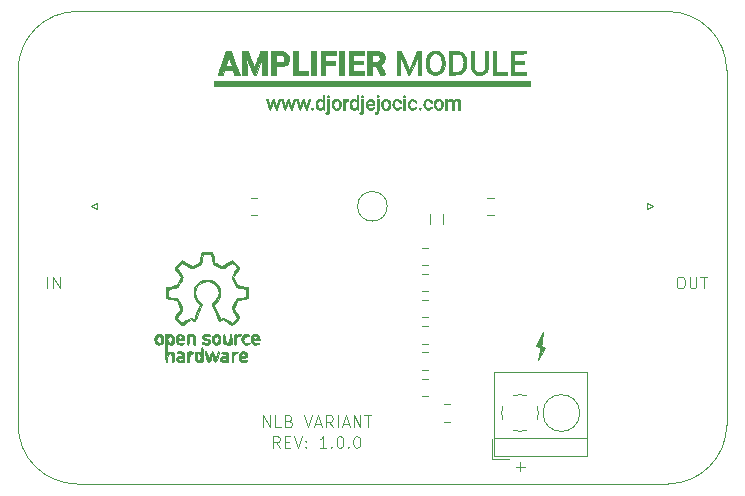
<source format=gbr>
%TF.GenerationSoftware,KiCad,Pcbnew,(5.1.8)-1*%
%TF.CreationDate,2021-02-01T22:34:50+01:00*%
%TF.ProjectId,nlb-variant,6e6c622d-7661-4726-9961-6e742e6b6963,rev?*%
%TF.SameCoordinates,Original*%
%TF.FileFunction,Legend,Top*%
%TF.FilePolarity,Positive*%
%FSLAX46Y46*%
G04 Gerber Fmt 4.6, Leading zero omitted, Abs format (unit mm)*
G04 Created by KiCad (PCBNEW (5.1.8)-1) date 2021-02-01 22:34:50*
%MOMM*%
%LPD*%
G01*
G04 APERTURE LIST*
%ADD10C,0.120000*%
%TA.AperFunction,Profile*%
%ADD11C,0.050000*%
%TD*%
%ADD12C,0.010000*%
%ADD13C,0.100000*%
G04 APERTURE END LIST*
D10*
X156000000Y-72452380D02*
X156190476Y-72452380D01*
X156285714Y-72500000D01*
X156380952Y-72595238D01*
X156428571Y-72785714D01*
X156428571Y-73119047D01*
X156380952Y-73309523D01*
X156285714Y-73404761D01*
X156190476Y-73452380D01*
X156000000Y-73452380D01*
X155904761Y-73404761D01*
X155809523Y-73309523D01*
X155761904Y-73119047D01*
X155761904Y-72785714D01*
X155809523Y-72595238D01*
X155904761Y-72500000D01*
X156000000Y-72452380D01*
X156857142Y-72452380D02*
X156857142Y-73261904D01*
X156904761Y-73357142D01*
X156952380Y-73404761D01*
X157047619Y-73452380D01*
X157238095Y-73452380D01*
X157333333Y-73404761D01*
X157380952Y-73357142D01*
X157428571Y-73261904D01*
X157428571Y-72452380D01*
X157761904Y-72452380D02*
X158333333Y-72452380D01*
X158047619Y-73452380D02*
X158047619Y-72452380D01*
X102476190Y-73452380D02*
X102476190Y-72452380D01*
X102952380Y-73452380D02*
X102952380Y-72452380D01*
X103523809Y-73452380D01*
X103523809Y-72452380D01*
X122154761Y-86952380D02*
X121821428Y-86476190D01*
X121583333Y-86952380D02*
X121583333Y-85952380D01*
X121964285Y-85952380D01*
X122059523Y-86000000D01*
X122107142Y-86047619D01*
X122154761Y-86142857D01*
X122154761Y-86285714D01*
X122107142Y-86380952D01*
X122059523Y-86428571D01*
X121964285Y-86476190D01*
X121583333Y-86476190D01*
X122583333Y-86428571D02*
X122916666Y-86428571D01*
X123059523Y-86952380D02*
X122583333Y-86952380D01*
X122583333Y-85952380D01*
X123059523Y-85952380D01*
X123345238Y-85952380D02*
X123678571Y-86952380D01*
X124011904Y-85952380D01*
X124345238Y-86857142D02*
X124392857Y-86904761D01*
X124345238Y-86952380D01*
X124297619Y-86904761D01*
X124345238Y-86857142D01*
X124345238Y-86952380D01*
X124345238Y-86333333D02*
X124392857Y-86380952D01*
X124345238Y-86428571D01*
X124297619Y-86380952D01*
X124345238Y-86333333D01*
X124345238Y-86428571D01*
X126107142Y-86952380D02*
X125535714Y-86952380D01*
X125821428Y-86952380D02*
X125821428Y-85952380D01*
X125726190Y-86095238D01*
X125630952Y-86190476D01*
X125535714Y-86238095D01*
X126535714Y-86857142D02*
X126583333Y-86904761D01*
X126535714Y-86952380D01*
X126488095Y-86904761D01*
X126535714Y-86857142D01*
X126535714Y-86952380D01*
X127202380Y-85952380D02*
X127297619Y-85952380D01*
X127392857Y-86000000D01*
X127440476Y-86047619D01*
X127488095Y-86142857D01*
X127535714Y-86333333D01*
X127535714Y-86571428D01*
X127488095Y-86761904D01*
X127440476Y-86857142D01*
X127392857Y-86904761D01*
X127297619Y-86952380D01*
X127202380Y-86952380D01*
X127107142Y-86904761D01*
X127059523Y-86857142D01*
X127011904Y-86761904D01*
X126964285Y-86571428D01*
X126964285Y-86333333D01*
X127011904Y-86142857D01*
X127059523Y-86047619D01*
X127107142Y-86000000D01*
X127202380Y-85952380D01*
X127964285Y-86857142D02*
X128011904Y-86904761D01*
X127964285Y-86952380D01*
X127916666Y-86904761D01*
X127964285Y-86857142D01*
X127964285Y-86952380D01*
X128630952Y-85952380D02*
X128726190Y-85952380D01*
X128821428Y-86000000D01*
X128869047Y-86047619D01*
X128916666Y-86142857D01*
X128964285Y-86333333D01*
X128964285Y-86571428D01*
X128916666Y-86761904D01*
X128869047Y-86857142D01*
X128821428Y-86904761D01*
X128726190Y-86952380D01*
X128630952Y-86952380D01*
X128535714Y-86904761D01*
X128488095Y-86857142D01*
X128440476Y-86761904D01*
X128392857Y-86571428D01*
X128392857Y-86333333D01*
X128440476Y-86142857D01*
X128488095Y-86047619D01*
X128535714Y-86000000D01*
X128630952Y-85952380D01*
X120750000Y-85202380D02*
X120750000Y-84202380D01*
X121321428Y-85202380D01*
X121321428Y-84202380D01*
X122273809Y-85202380D02*
X121797619Y-85202380D01*
X121797619Y-84202380D01*
X122940476Y-84678571D02*
X123083333Y-84726190D01*
X123130952Y-84773809D01*
X123178571Y-84869047D01*
X123178571Y-85011904D01*
X123130952Y-85107142D01*
X123083333Y-85154761D01*
X122988095Y-85202380D01*
X122607142Y-85202380D01*
X122607142Y-84202380D01*
X122940476Y-84202380D01*
X123035714Y-84250000D01*
X123083333Y-84297619D01*
X123130952Y-84392857D01*
X123130952Y-84488095D01*
X123083333Y-84583333D01*
X123035714Y-84630952D01*
X122940476Y-84678571D01*
X122607142Y-84678571D01*
X124226190Y-84202380D02*
X124559523Y-85202380D01*
X124892857Y-84202380D01*
X125178571Y-84916666D02*
X125654761Y-84916666D01*
X125083333Y-85202380D02*
X125416666Y-84202380D01*
X125750000Y-85202380D01*
X126654761Y-85202380D02*
X126321428Y-84726190D01*
X126083333Y-85202380D02*
X126083333Y-84202380D01*
X126464285Y-84202380D01*
X126559523Y-84250000D01*
X126607142Y-84297619D01*
X126654761Y-84392857D01*
X126654761Y-84535714D01*
X126607142Y-84630952D01*
X126559523Y-84678571D01*
X126464285Y-84726190D01*
X126083333Y-84726190D01*
X127083333Y-85202380D02*
X127083333Y-84202380D01*
X127511904Y-84916666D02*
X127988095Y-84916666D01*
X127416666Y-85202380D02*
X127750000Y-84202380D01*
X128083333Y-85202380D01*
X128416666Y-85202380D02*
X128416666Y-84202380D01*
X128988095Y-85202380D01*
X128988095Y-84202380D01*
X129321428Y-84202380D02*
X129892857Y-84202380D01*
X129607142Y-85202380D02*
X129607142Y-84202380D01*
X142119047Y-88571428D02*
X142880952Y-88571428D01*
X142500000Y-88952380D02*
X142500000Y-88190476D01*
D11*
X105000000Y-90000000D02*
G75*
G02*
X100000000Y-85000000I0J5000000D01*
G01*
X160000000Y-85000000D02*
G75*
G02*
X155000000Y-90000000I-5000000J0D01*
G01*
X155000000Y-50000000D02*
G75*
G02*
X160000000Y-55000000I0J-5000000D01*
G01*
X100000000Y-55000000D02*
G75*
G02*
X105000000Y-50000000I5000000J0D01*
G01*
X100000000Y-85000000D02*
X100000000Y-55000000D01*
X155000000Y-90000000D02*
X105000000Y-90000000D01*
X160000000Y-55000000D02*
X160000000Y-85000000D01*
X105000000Y-50000000D02*
X155000000Y-50000000D01*
D12*
%TO.C,G\u002A\u002A\u002A*%
G36*
X116512783Y-70606836D02*
G01*
X116551787Y-70809678D01*
X116588522Y-71008369D01*
X116601185Y-71079779D01*
X116626898Y-71188769D01*
X116673584Y-71265453D01*
X116764462Y-71331973D01*
X116922752Y-71410468D01*
X116971156Y-71432553D01*
X117306328Y-71584527D01*
X117685411Y-71322468D01*
X117858990Y-71205532D01*
X118001077Y-71115489D01*
X118089872Y-71065909D01*
X118106356Y-71060408D01*
X118162934Y-71095197D01*
X118267323Y-71185114D01*
X118397757Y-71308484D01*
X118532473Y-71443630D01*
X118649708Y-71568878D01*
X118727698Y-71662552D01*
X118747347Y-71698800D01*
X118719270Y-71759345D01*
X118644415Y-71881365D01*
X118536845Y-72042392D01*
X118492192Y-72106473D01*
X118237038Y-72468631D01*
X118384424Y-72814213D01*
X118445726Y-72959011D01*
X118497004Y-73059538D01*
X118557959Y-73127674D01*
X118648298Y-73175300D01*
X118787723Y-73214298D01*
X118995940Y-73256547D01*
X119175000Y-73290896D01*
X119473061Y-73348574D01*
X119473061Y-74266935D01*
X119200918Y-74320538D01*
X119001916Y-74358821D01*
X118810479Y-74394212D01*
X118740784Y-74406537D01*
X118639668Y-74430787D01*
X118569131Y-74476618D01*
X118509320Y-74567261D01*
X118440377Y-74725944D01*
X118416805Y-74785546D01*
X118349951Y-74960512D01*
X118301419Y-75096234D01*
X118280950Y-75165368D01*
X118280816Y-75167269D01*
X118308566Y-75223524D01*
X118382132Y-75341114D01*
X118486985Y-75497070D01*
X118514081Y-75536069D01*
X118624338Y-75699319D01*
X118706480Y-75831470D01*
X118745871Y-75908683D01*
X118747347Y-75915991D01*
X118712334Y-75972998D01*
X118621831Y-76077426D01*
X118497639Y-76207601D01*
X118361559Y-76341850D01*
X118235394Y-76458498D01*
X118140945Y-76535872D01*
X118104467Y-76555102D01*
X118044394Y-76526853D01*
X117923979Y-76451880D01*
X117766427Y-76344845D01*
X117722831Y-76313992D01*
X117384946Y-76072882D01*
X117210531Y-76166811D01*
X117094112Y-76222003D01*
X117022810Y-76241773D01*
X117015983Y-76239452D01*
X116985233Y-76180768D01*
X116925318Y-76046873D01*
X116844875Y-75858844D01*
X116752543Y-75637761D01*
X116656959Y-75404700D01*
X116566761Y-75180741D01*
X116490588Y-74986962D01*
X116437076Y-74844440D01*
X116414864Y-74774254D01*
X116414695Y-74772181D01*
X116452146Y-74708004D01*
X116546807Y-74612014D01*
X116601606Y-74565762D01*
X116786361Y-74365154D01*
X116919472Y-74115399D01*
X116980758Y-73856649D01*
X116982621Y-73807755D01*
X116934064Y-73530978D01*
X116801105Y-73275542D01*
X116602813Y-73060547D01*
X116358257Y-72905096D01*
X116086505Y-72828290D01*
X116000000Y-72823435D01*
X115723701Y-72872076D01*
X115468705Y-73005265D01*
X115254082Y-73203899D01*
X115098899Y-73448878D01*
X115022225Y-73721100D01*
X115017379Y-73807755D01*
X115062020Y-74063517D01*
X115182490Y-74318248D01*
X115358606Y-74531797D01*
X115398393Y-74565762D01*
X115510297Y-74666528D01*
X115577058Y-74748807D01*
X115585304Y-74772181D01*
X115566547Y-74832937D01*
X115515988Y-74968138D01*
X115442201Y-75156739D01*
X115353757Y-75377698D01*
X115259227Y-75609969D01*
X115167185Y-75832509D01*
X115086201Y-76024273D01*
X115024849Y-76164217D01*
X114991699Y-76231297D01*
X114990124Y-76233344D01*
X114939436Y-76223191D01*
X114831163Y-76179030D01*
X114797895Y-76163545D01*
X114619690Y-76078564D01*
X114278843Y-76316833D01*
X114113878Y-76428367D01*
X113979934Y-76511958D01*
X113900522Y-76553130D01*
X113891763Y-76555102D01*
X113836117Y-76520577D01*
X113729164Y-76428838D01*
X113591209Y-76297635D01*
X113549091Y-76255537D01*
X113411413Y-76111444D01*
X113307743Y-75993491D01*
X113255622Y-75921954D01*
X113252653Y-75912865D01*
X113280499Y-75852669D01*
X113354300Y-75731919D01*
X113459449Y-75574211D01*
X113485918Y-75536069D01*
X113595927Y-75374522D01*
X113677999Y-75246044D01*
X113717608Y-75173602D01*
X113719183Y-75167269D01*
X113701498Y-75104932D01*
X113654937Y-74973724D01*
X113589240Y-74800989D01*
X113583195Y-74785546D01*
X113508156Y-74603720D01*
X113447793Y-74496418D01*
X113382249Y-74440414D01*
X113291668Y-74412476D01*
X113259215Y-74406537D01*
X113093652Y-74376682D01*
X112890278Y-74338283D01*
X112799081Y-74320538D01*
X112526938Y-74266935D01*
X112526938Y-73655782D01*
X112733176Y-73655782D01*
X112734121Y-73792516D01*
X112734285Y-73828791D01*
X112734285Y-74158873D01*
X113084183Y-74223465D01*
X113273949Y-74262252D01*
X113429880Y-74300861D01*
X113515335Y-74329769D01*
X113572235Y-74396801D01*
X113647097Y-74533191D01*
X113727347Y-74709221D01*
X113800411Y-74895175D01*
X113853717Y-75061335D01*
X113874689Y-75177984D01*
X113874694Y-75179098D01*
X113847485Y-75268786D01*
X113775689Y-75414088D01*
X113674054Y-75585602D01*
X113659484Y-75608189D01*
X113444275Y-75938505D01*
X113644086Y-76143130D01*
X113763230Y-76256410D01*
X113857743Y-76330719D01*
X113894559Y-76347755D01*
X113959757Y-76321143D01*
X114085653Y-76250813D01*
X114246996Y-76151024D01*
X114274830Y-76133006D01*
X114447979Y-76024089D01*
X114562700Y-75966637D01*
X114645078Y-75952066D01*
X114721197Y-75971793D01*
X114739901Y-75979977D01*
X114848596Y-76011693D01*
X114911431Y-76000338D01*
X114944267Y-75938195D01*
X115006208Y-75800653D01*
X115088089Y-75608665D01*
X115172047Y-75404681D01*
X115396594Y-74850382D01*
X115183865Y-74619598D01*
X114987620Y-74339059D01*
X114880907Y-74032140D01*
X114863999Y-73716784D01*
X114937164Y-73410933D01*
X115100675Y-73132528D01*
X115160403Y-73064334D01*
X115417723Y-72858466D01*
X115701702Y-72740171D01*
X115996907Y-72703451D01*
X116287902Y-72742307D01*
X116559254Y-72850741D01*
X116795528Y-73022753D01*
X116981291Y-73252345D01*
X117101108Y-73533518D01*
X117139830Y-73833673D01*
X117094094Y-74144692D01*
X116953310Y-74436829D01*
X116820193Y-74609366D01*
X116604881Y-74853974D01*
X116828690Y-75406477D01*
X116920590Y-75629395D01*
X117000879Y-75816882D01*
X117060371Y-75947944D01*
X117088568Y-76000338D01*
X117156292Y-76011113D01*
X117260098Y-75979977D01*
X117338372Y-75953789D01*
X117417102Y-75959991D01*
X117522375Y-76007165D01*
X117680275Y-76103895D01*
X117725169Y-76133006D01*
X117889887Y-76236233D01*
X118023257Y-76312317D01*
X118100031Y-76347000D01*
X118105440Y-76347755D01*
X118167126Y-76313305D01*
X118272100Y-76224643D01*
X118355913Y-76143130D01*
X118555724Y-75938505D01*
X118340515Y-75608189D01*
X118236095Y-75435432D01*
X118159607Y-75285081D01*
X118125797Y-75186539D01*
X118125306Y-75179098D01*
X118145749Y-75063331D01*
X118198697Y-74897648D01*
X118271576Y-74711765D01*
X118351813Y-74535398D01*
X118426833Y-74398266D01*
X118484063Y-74330085D01*
X118484664Y-74329769D01*
X118575270Y-74299428D01*
X118733226Y-74260646D01*
X118915816Y-74223465D01*
X119265714Y-74158873D01*
X119265714Y-73828791D01*
X119267089Y-73680273D01*
X119259487Y-73581847D01*
X119225316Y-73519136D01*
X119146984Y-73477762D01*
X119006898Y-73443347D01*
X118787468Y-73401513D01*
X118729280Y-73390366D01*
X118426112Y-73331753D01*
X118249791Y-72944841D01*
X118167811Y-72758367D01*
X118106121Y-72605509D01*
X118075191Y-72512630D01*
X118073469Y-72500894D01*
X118101090Y-72434174D01*
X118174574Y-72306741D01*
X118279853Y-72142477D01*
X118317154Y-72087214D01*
X118560838Y-71730570D01*
X118328173Y-71497905D01*
X118095509Y-71265240D01*
X117760509Y-71499204D01*
X117586930Y-71611116D01*
X117432929Y-71694028D01*
X117327492Y-71732655D01*
X117315790Y-71733726D01*
X117194010Y-71711984D01*
X117019599Y-71656051D01*
X116831073Y-71581133D01*
X116666951Y-71502436D01*
X116570204Y-71439390D01*
X116523387Y-71356704D01*
X116470285Y-71202266D01*
X116421099Y-71006682D01*
X116413224Y-70968336D01*
X116333999Y-70567959D01*
X115666001Y-70567959D01*
X115586776Y-70968336D01*
X115539436Y-71168187D01*
X115486291Y-71332568D01*
X115437538Y-71430872D01*
X115429796Y-71439390D01*
X115322658Y-71508017D01*
X115155431Y-71586954D01*
X114966631Y-71660994D01*
X114794777Y-71714931D01*
X114684210Y-71733726D01*
X114590734Y-71704807D01*
X114443417Y-71628820D01*
X114271244Y-71521049D01*
X114239490Y-71499204D01*
X113904491Y-71265240D01*
X113439161Y-71730570D01*
X113682846Y-72087214D01*
X113795193Y-72258105D01*
X113880154Y-72399649D01*
X113923660Y-72487963D01*
X113926530Y-72500894D01*
X113906182Y-72572064D01*
X113852117Y-72710657D01*
X113774806Y-72890310D01*
X113750209Y-72944841D01*
X113573887Y-73331753D01*
X113270719Y-73390366D01*
X113032269Y-73435608D01*
X112876881Y-73470393D01*
X112786965Y-73509098D01*
X112744927Y-73566102D01*
X112733176Y-73655782D01*
X112526938Y-73655782D01*
X112526938Y-73348574D01*
X112825000Y-73290896D01*
X113087760Y-73240298D01*
X113269081Y-73200578D01*
X113388665Y-73159857D01*
X113466218Y-73106252D01*
X113521444Y-73027883D01*
X113574046Y-72912870D01*
X113615576Y-72814213D01*
X113762961Y-72468631D01*
X113507807Y-72106473D01*
X113391798Y-71936805D01*
X113303372Y-71797943D01*
X113256592Y-71712355D01*
X113252653Y-71698800D01*
X113287584Y-71642450D01*
X113377867Y-71538485D01*
X113501738Y-71408580D01*
X113637435Y-71274410D01*
X113763193Y-71157650D01*
X113857248Y-71079977D01*
X113893644Y-71060408D01*
X113952473Y-71088113D01*
X114073967Y-71162139D01*
X114236209Y-71268856D01*
X114311349Y-71320228D01*
X114687192Y-71580048D01*
X114967780Y-71466675D01*
X115162858Y-71384414D01*
X115282675Y-71318247D01*
X115349150Y-71248150D01*
X115384201Y-71154100D01*
X115400363Y-71071520D01*
X115430807Y-70902817D01*
X115469602Y-70697361D01*
X115487216Y-70606836D01*
X115540819Y-70334694D01*
X116459180Y-70334694D01*
X116512783Y-70606836D01*
G37*
X116512783Y-70606836D02*
X116551787Y-70809678D01*
X116588522Y-71008369D01*
X116601185Y-71079779D01*
X116626898Y-71188769D01*
X116673584Y-71265453D01*
X116764462Y-71331973D01*
X116922752Y-71410468D01*
X116971156Y-71432553D01*
X117306328Y-71584527D01*
X117685411Y-71322468D01*
X117858990Y-71205532D01*
X118001077Y-71115489D01*
X118089872Y-71065909D01*
X118106356Y-71060408D01*
X118162934Y-71095197D01*
X118267323Y-71185114D01*
X118397757Y-71308484D01*
X118532473Y-71443630D01*
X118649708Y-71568878D01*
X118727698Y-71662552D01*
X118747347Y-71698800D01*
X118719270Y-71759345D01*
X118644415Y-71881365D01*
X118536845Y-72042392D01*
X118492192Y-72106473D01*
X118237038Y-72468631D01*
X118384424Y-72814213D01*
X118445726Y-72959011D01*
X118497004Y-73059538D01*
X118557959Y-73127674D01*
X118648298Y-73175300D01*
X118787723Y-73214298D01*
X118995940Y-73256547D01*
X119175000Y-73290896D01*
X119473061Y-73348574D01*
X119473061Y-74266935D01*
X119200918Y-74320538D01*
X119001916Y-74358821D01*
X118810479Y-74394212D01*
X118740784Y-74406537D01*
X118639668Y-74430787D01*
X118569131Y-74476618D01*
X118509320Y-74567261D01*
X118440377Y-74725944D01*
X118416805Y-74785546D01*
X118349951Y-74960512D01*
X118301419Y-75096234D01*
X118280950Y-75165368D01*
X118280816Y-75167269D01*
X118308566Y-75223524D01*
X118382132Y-75341114D01*
X118486985Y-75497070D01*
X118514081Y-75536069D01*
X118624338Y-75699319D01*
X118706480Y-75831470D01*
X118745871Y-75908683D01*
X118747347Y-75915991D01*
X118712334Y-75972998D01*
X118621831Y-76077426D01*
X118497639Y-76207601D01*
X118361559Y-76341850D01*
X118235394Y-76458498D01*
X118140945Y-76535872D01*
X118104467Y-76555102D01*
X118044394Y-76526853D01*
X117923979Y-76451880D01*
X117766427Y-76344845D01*
X117722831Y-76313992D01*
X117384946Y-76072882D01*
X117210531Y-76166811D01*
X117094112Y-76222003D01*
X117022810Y-76241773D01*
X117015983Y-76239452D01*
X116985233Y-76180768D01*
X116925318Y-76046873D01*
X116844875Y-75858844D01*
X116752543Y-75637761D01*
X116656959Y-75404700D01*
X116566761Y-75180741D01*
X116490588Y-74986962D01*
X116437076Y-74844440D01*
X116414864Y-74774254D01*
X116414695Y-74772181D01*
X116452146Y-74708004D01*
X116546807Y-74612014D01*
X116601606Y-74565762D01*
X116786361Y-74365154D01*
X116919472Y-74115399D01*
X116980758Y-73856649D01*
X116982621Y-73807755D01*
X116934064Y-73530978D01*
X116801105Y-73275542D01*
X116602813Y-73060547D01*
X116358257Y-72905096D01*
X116086505Y-72828290D01*
X116000000Y-72823435D01*
X115723701Y-72872076D01*
X115468705Y-73005265D01*
X115254082Y-73203899D01*
X115098899Y-73448878D01*
X115022225Y-73721100D01*
X115017379Y-73807755D01*
X115062020Y-74063517D01*
X115182490Y-74318248D01*
X115358606Y-74531797D01*
X115398393Y-74565762D01*
X115510297Y-74666528D01*
X115577058Y-74748807D01*
X115585304Y-74772181D01*
X115566547Y-74832937D01*
X115515988Y-74968138D01*
X115442201Y-75156739D01*
X115353757Y-75377698D01*
X115259227Y-75609969D01*
X115167185Y-75832509D01*
X115086201Y-76024273D01*
X115024849Y-76164217D01*
X114991699Y-76231297D01*
X114990124Y-76233344D01*
X114939436Y-76223191D01*
X114831163Y-76179030D01*
X114797895Y-76163545D01*
X114619690Y-76078564D01*
X114278843Y-76316833D01*
X114113878Y-76428367D01*
X113979934Y-76511958D01*
X113900522Y-76553130D01*
X113891763Y-76555102D01*
X113836117Y-76520577D01*
X113729164Y-76428838D01*
X113591209Y-76297635D01*
X113549091Y-76255537D01*
X113411413Y-76111444D01*
X113307743Y-75993491D01*
X113255622Y-75921954D01*
X113252653Y-75912865D01*
X113280499Y-75852669D01*
X113354300Y-75731919D01*
X113459449Y-75574211D01*
X113485918Y-75536069D01*
X113595927Y-75374522D01*
X113677999Y-75246044D01*
X113717608Y-75173602D01*
X113719183Y-75167269D01*
X113701498Y-75104932D01*
X113654937Y-74973724D01*
X113589240Y-74800989D01*
X113583195Y-74785546D01*
X113508156Y-74603720D01*
X113447793Y-74496418D01*
X113382249Y-74440414D01*
X113291668Y-74412476D01*
X113259215Y-74406537D01*
X113093652Y-74376682D01*
X112890278Y-74338283D01*
X112799081Y-74320538D01*
X112526938Y-74266935D01*
X112526938Y-73655782D01*
X112733176Y-73655782D01*
X112734121Y-73792516D01*
X112734285Y-73828791D01*
X112734285Y-74158873D01*
X113084183Y-74223465D01*
X113273949Y-74262252D01*
X113429880Y-74300861D01*
X113515335Y-74329769D01*
X113572235Y-74396801D01*
X113647097Y-74533191D01*
X113727347Y-74709221D01*
X113800411Y-74895175D01*
X113853717Y-75061335D01*
X113874689Y-75177984D01*
X113874694Y-75179098D01*
X113847485Y-75268786D01*
X113775689Y-75414088D01*
X113674054Y-75585602D01*
X113659484Y-75608189D01*
X113444275Y-75938505D01*
X113644086Y-76143130D01*
X113763230Y-76256410D01*
X113857743Y-76330719D01*
X113894559Y-76347755D01*
X113959757Y-76321143D01*
X114085653Y-76250813D01*
X114246996Y-76151024D01*
X114274830Y-76133006D01*
X114447979Y-76024089D01*
X114562700Y-75966637D01*
X114645078Y-75952066D01*
X114721197Y-75971793D01*
X114739901Y-75979977D01*
X114848596Y-76011693D01*
X114911431Y-76000338D01*
X114944267Y-75938195D01*
X115006208Y-75800653D01*
X115088089Y-75608665D01*
X115172047Y-75404681D01*
X115396594Y-74850382D01*
X115183865Y-74619598D01*
X114987620Y-74339059D01*
X114880907Y-74032140D01*
X114863999Y-73716784D01*
X114937164Y-73410933D01*
X115100675Y-73132528D01*
X115160403Y-73064334D01*
X115417723Y-72858466D01*
X115701702Y-72740171D01*
X115996907Y-72703451D01*
X116287902Y-72742307D01*
X116559254Y-72850741D01*
X116795528Y-73022753D01*
X116981291Y-73252345D01*
X117101108Y-73533518D01*
X117139830Y-73833673D01*
X117094094Y-74144692D01*
X116953310Y-74436829D01*
X116820193Y-74609366D01*
X116604881Y-74853974D01*
X116828690Y-75406477D01*
X116920590Y-75629395D01*
X117000879Y-75816882D01*
X117060371Y-75947944D01*
X117088568Y-76000338D01*
X117156292Y-76011113D01*
X117260098Y-75979977D01*
X117338372Y-75953789D01*
X117417102Y-75959991D01*
X117522375Y-76007165D01*
X117680275Y-76103895D01*
X117725169Y-76133006D01*
X117889887Y-76236233D01*
X118023257Y-76312317D01*
X118100031Y-76347000D01*
X118105440Y-76347755D01*
X118167126Y-76313305D01*
X118272100Y-76224643D01*
X118355913Y-76143130D01*
X118555724Y-75938505D01*
X118340515Y-75608189D01*
X118236095Y-75435432D01*
X118159607Y-75285081D01*
X118125797Y-75186539D01*
X118125306Y-75179098D01*
X118145749Y-75063331D01*
X118198697Y-74897648D01*
X118271576Y-74711765D01*
X118351813Y-74535398D01*
X118426833Y-74398266D01*
X118484063Y-74330085D01*
X118484664Y-74329769D01*
X118575270Y-74299428D01*
X118733226Y-74260646D01*
X118915816Y-74223465D01*
X119265714Y-74158873D01*
X119265714Y-73828791D01*
X119267089Y-73680273D01*
X119259487Y-73581847D01*
X119225316Y-73519136D01*
X119146984Y-73477762D01*
X119006898Y-73443347D01*
X118787468Y-73401513D01*
X118729280Y-73390366D01*
X118426112Y-73331753D01*
X118249791Y-72944841D01*
X118167811Y-72758367D01*
X118106121Y-72605509D01*
X118075191Y-72512630D01*
X118073469Y-72500894D01*
X118101090Y-72434174D01*
X118174574Y-72306741D01*
X118279853Y-72142477D01*
X118317154Y-72087214D01*
X118560838Y-71730570D01*
X118328173Y-71497905D01*
X118095509Y-71265240D01*
X117760509Y-71499204D01*
X117586930Y-71611116D01*
X117432929Y-71694028D01*
X117327492Y-71732655D01*
X117315790Y-71733726D01*
X117194010Y-71711984D01*
X117019599Y-71656051D01*
X116831073Y-71581133D01*
X116666951Y-71502436D01*
X116570204Y-71439390D01*
X116523387Y-71356704D01*
X116470285Y-71202266D01*
X116421099Y-71006682D01*
X116413224Y-70968336D01*
X116333999Y-70567959D01*
X115666001Y-70567959D01*
X115586776Y-70968336D01*
X115539436Y-71168187D01*
X115486291Y-71332568D01*
X115437538Y-71430872D01*
X115429796Y-71439390D01*
X115322658Y-71508017D01*
X115155431Y-71586954D01*
X114966631Y-71660994D01*
X114794777Y-71714931D01*
X114684210Y-71733726D01*
X114590734Y-71704807D01*
X114443417Y-71628820D01*
X114271244Y-71521049D01*
X114239490Y-71499204D01*
X113904491Y-71265240D01*
X113439161Y-71730570D01*
X113682846Y-72087214D01*
X113795193Y-72258105D01*
X113880154Y-72399649D01*
X113923660Y-72487963D01*
X113926530Y-72500894D01*
X113906182Y-72572064D01*
X113852117Y-72710657D01*
X113774806Y-72890310D01*
X113750209Y-72944841D01*
X113573887Y-73331753D01*
X113270719Y-73390366D01*
X113032269Y-73435608D01*
X112876881Y-73470393D01*
X112786965Y-73509098D01*
X112744927Y-73566102D01*
X112733176Y-73655782D01*
X112526938Y-73655782D01*
X112526938Y-73348574D01*
X112825000Y-73290896D01*
X113087760Y-73240298D01*
X113269081Y-73200578D01*
X113388665Y-73159857D01*
X113466218Y-73106252D01*
X113521444Y-73027883D01*
X113574046Y-72912870D01*
X113615576Y-72814213D01*
X113762961Y-72468631D01*
X113507807Y-72106473D01*
X113391798Y-71936805D01*
X113303372Y-71797943D01*
X113256592Y-71712355D01*
X113252653Y-71698800D01*
X113287584Y-71642450D01*
X113377867Y-71538485D01*
X113501738Y-71408580D01*
X113637435Y-71274410D01*
X113763193Y-71157650D01*
X113857248Y-71079977D01*
X113893644Y-71060408D01*
X113952473Y-71088113D01*
X114073967Y-71162139D01*
X114236209Y-71268856D01*
X114311349Y-71320228D01*
X114687192Y-71580048D01*
X114967780Y-71466675D01*
X115162858Y-71384414D01*
X115282675Y-71318247D01*
X115349150Y-71248150D01*
X115384201Y-71154100D01*
X115400363Y-71071520D01*
X115430807Y-70902817D01*
X115469602Y-70697361D01*
X115487216Y-70606836D01*
X115540819Y-70334694D01*
X116459180Y-70334694D01*
X116512783Y-70606836D01*
G36*
X120259898Y-77344978D02*
G01*
X120374159Y-77467273D01*
X120440562Y-77660222D01*
X120471524Y-77851020D01*
X120175838Y-77851020D01*
X120008019Y-77855302D01*
X119921824Y-77872910D01*
X119895389Y-77910983D01*
X119898099Y-77941734D01*
X119943843Y-78006377D01*
X120061680Y-78035563D01*
X120122206Y-78039086D01*
X120290536Y-78046043D01*
X120373881Y-78058137D01*
X120390894Y-78083167D01*
X120360228Y-78128933D01*
X120354285Y-78136122D01*
X120243635Y-78198865D01*
X120086251Y-78213470D01*
X119926064Y-78182081D01*
X119809394Y-78109535D01*
X119733536Y-77950851D01*
X119714966Y-77764392D01*
X119747215Y-77573719D01*
X119891355Y-77573719D01*
X119899873Y-77644750D01*
X119993944Y-77689199D01*
X120069183Y-77695510D01*
X120204782Y-77677907D01*
X120250536Y-77622849D01*
X120250612Y-77619579D01*
X120207164Y-77527971D01*
X120105882Y-77477672D01*
X119990357Y-77488516D01*
X119977130Y-77495134D01*
X119891355Y-77573719D01*
X119747215Y-77573719D01*
X119750709Y-77553067D01*
X119843992Y-77402460D01*
X119973896Y-77315574D01*
X120119505Y-77295412D01*
X120259898Y-77344978D01*
G37*
X120259898Y-77344978D02*
X120374159Y-77467273D01*
X120440562Y-77660222D01*
X120471524Y-77851020D01*
X120175838Y-77851020D01*
X120008019Y-77855302D01*
X119921824Y-77872910D01*
X119895389Y-77910983D01*
X119898099Y-77941734D01*
X119943843Y-78006377D01*
X120061680Y-78035563D01*
X120122206Y-78039086D01*
X120290536Y-78046043D01*
X120373881Y-78058137D01*
X120390894Y-78083167D01*
X120360228Y-78128933D01*
X120354285Y-78136122D01*
X120243635Y-78198865D01*
X120086251Y-78213470D01*
X119926064Y-78182081D01*
X119809394Y-78109535D01*
X119733536Y-77950851D01*
X119714966Y-77764392D01*
X119747215Y-77573719D01*
X119891355Y-77573719D01*
X119899873Y-77644750D01*
X119993944Y-77689199D01*
X120069183Y-77695510D01*
X120204782Y-77677907D01*
X120250536Y-77622849D01*
X120250612Y-77619579D01*
X120207164Y-77527971D01*
X120105882Y-77477672D01*
X119990357Y-77488516D01*
X119977130Y-77495134D01*
X119891355Y-77573719D01*
X119747215Y-77573719D01*
X119750709Y-77553067D01*
X119843992Y-77402460D01*
X119973896Y-77315574D01*
X120119505Y-77295412D01*
X120259898Y-77344978D01*
G36*
X119461016Y-77345982D02*
G01*
X119561302Y-77416071D01*
X119562743Y-77471884D01*
X119469913Y-77506383D01*
X119351746Y-77514081D01*
X119209892Y-77523857D01*
X119134044Y-77566354D01*
X119089735Y-77654544D01*
X119071497Y-77835549D01*
X119102709Y-77933028D01*
X119154734Y-78021134D01*
X119225821Y-78051797D01*
X119355324Y-78040685D01*
X119368037Y-78038677D01*
X119514820Y-78030896D01*
X119596142Y-78056862D01*
X119598602Y-78106571D01*
X119529757Y-78159440D01*
X119336258Y-78215066D01*
X119151541Y-78184484D01*
X119010293Y-78077295D01*
X118921327Y-77901541D01*
X118906969Y-77718731D01*
X118955088Y-77548545D01*
X119053555Y-77410662D01*
X119190240Y-77324764D01*
X119353014Y-77310532D01*
X119461016Y-77345982D01*
G37*
X119461016Y-77345982D02*
X119561302Y-77416071D01*
X119562743Y-77471884D01*
X119469913Y-77506383D01*
X119351746Y-77514081D01*
X119209892Y-77523857D01*
X119134044Y-77566354D01*
X119089735Y-77654544D01*
X119071497Y-77835549D01*
X119102709Y-77933028D01*
X119154734Y-78021134D01*
X119225821Y-78051797D01*
X119355324Y-78040685D01*
X119368037Y-78038677D01*
X119514820Y-78030896D01*
X119596142Y-78056862D01*
X119598602Y-78106571D01*
X119529757Y-78159440D01*
X119336258Y-78215066D01*
X119151541Y-78184484D01*
X119010293Y-78077295D01*
X118921327Y-77901541D01*
X118906969Y-77718731D01*
X118955088Y-77548545D01*
X119053555Y-77410662D01*
X119190240Y-77324764D01*
X119353014Y-77310532D01*
X119461016Y-77345982D01*
G36*
X118791895Y-77315727D02*
G01*
X118868251Y-77351216D01*
X118853361Y-77407217D01*
X118845765Y-77416739D01*
X118749684Y-77473838D01*
X118665068Y-77488163D01*
X118546095Y-77526675D01*
X118471722Y-77646584D01*
X118438710Y-77854450D01*
X118436326Y-77951286D01*
X118428203Y-78115469D01*
X118400023Y-78196281D01*
X118358571Y-78213877D01*
X118319924Y-78195220D01*
X118296169Y-78127263D01*
X118284177Y-77992024D01*
X118280817Y-77771523D01*
X118280816Y-77767219D01*
X118282111Y-77552498D01*
X118289388Y-77422493D01*
X118307737Y-77358247D01*
X118342246Y-77340806D01*
X118392870Y-77349864D01*
X118522464Y-77353858D01*
X118591836Y-77332653D01*
X118711354Y-77307222D01*
X118791895Y-77315727D01*
G37*
X118791895Y-77315727D02*
X118868251Y-77351216D01*
X118853361Y-77407217D01*
X118845765Y-77416739D01*
X118749684Y-77473838D01*
X118665068Y-77488163D01*
X118546095Y-77526675D01*
X118471722Y-77646584D01*
X118438710Y-77854450D01*
X118436326Y-77951286D01*
X118428203Y-78115469D01*
X118400023Y-78196281D01*
X118358571Y-78213877D01*
X118319924Y-78195220D01*
X118296169Y-78127263D01*
X118284177Y-77992024D01*
X118280817Y-77771523D01*
X118280816Y-77767219D01*
X118282111Y-77552498D01*
X118289388Y-77422493D01*
X118307737Y-77358247D01*
X118342246Y-77340806D01*
X118392870Y-77349864D01*
X118522464Y-77353858D01*
X118591836Y-77332653D01*
X118711354Y-77307222D01*
X118791895Y-77315727D01*
G36*
X118034938Y-77351707D02*
G01*
X118058785Y-77420994D01*
X118070532Y-77558698D01*
X118073469Y-77764107D01*
X118073469Y-78195560D01*
X117794749Y-78202894D01*
X117603534Y-78196405D01*
X117484245Y-78159891D01*
X117431892Y-78117256D01*
X117384393Y-78019136D01*
X117354384Y-77868634D01*
X117342105Y-77695355D01*
X117347798Y-77528907D01*
X117371703Y-77398895D01*
X117414061Y-77334925D01*
X117425510Y-77332653D01*
X117471328Y-77357179D01*
X117495543Y-77443794D01*
X117503213Y-77612057D01*
X117503265Y-77633306D01*
X117518993Y-77856386D01*
X117570258Y-77992109D01*
X117663185Y-78052530D01*
X117719155Y-78058367D01*
X117824390Y-78010525D01*
X117890947Y-77869051D01*
X117917506Y-77637023D01*
X117917959Y-77595244D01*
X117926082Y-77431061D01*
X117954262Y-77350249D01*
X117995714Y-77332653D01*
X118034938Y-77351707D01*
G37*
X118034938Y-77351707D02*
X118058785Y-77420994D01*
X118070532Y-77558698D01*
X118073469Y-77764107D01*
X118073469Y-78195560D01*
X117794749Y-78202894D01*
X117603534Y-78196405D01*
X117484245Y-78159891D01*
X117431892Y-78117256D01*
X117384393Y-78019136D01*
X117354384Y-77868634D01*
X117342105Y-77695355D01*
X117347798Y-77528907D01*
X117371703Y-77398895D01*
X117414061Y-77334925D01*
X117425510Y-77332653D01*
X117471328Y-77357179D01*
X117495543Y-77443794D01*
X117503213Y-77612057D01*
X117503265Y-77633306D01*
X117518993Y-77856386D01*
X117570258Y-77992109D01*
X117663185Y-78052530D01*
X117719155Y-78058367D01*
X117824390Y-78010525D01*
X117890947Y-77869051D01*
X117917506Y-77637023D01*
X117917959Y-77595244D01*
X117926082Y-77431061D01*
X117954262Y-77350249D01*
X117995714Y-77332653D01*
X118034938Y-77351707D01*
G36*
X116919047Y-77337179D02*
G01*
X117037676Y-77395935D01*
X117104510Y-77477630D01*
X117133743Y-77610644D01*
X117139614Y-77778190D01*
X117124954Y-77973851D01*
X117074831Y-78096017D01*
X117045612Y-78128088D01*
X116919038Y-78191037D01*
X116756984Y-78212674D01*
X116615035Y-78187363D01*
X116590923Y-78174206D01*
X116489370Y-78051750D01*
X116429674Y-77871235D01*
X116426280Y-77809288D01*
X116580637Y-77809288D01*
X116619722Y-77940576D01*
X116699739Y-78029797D01*
X116802115Y-78058340D01*
X116908278Y-78007594D01*
X116930059Y-77984229D01*
X116966482Y-77886284D01*
X116976960Y-77740535D01*
X116975283Y-77712087D01*
X116956650Y-77582680D01*
X116912432Y-77526756D01*
X116816624Y-77514126D01*
X116804717Y-77514081D01*
X116680322Y-77537747D01*
X116611297Y-77627659D01*
X116601057Y-77654544D01*
X116580637Y-77809288D01*
X116426280Y-77809288D01*
X116418767Y-77672214D01*
X116463578Y-77494239D01*
X116469682Y-77482274D01*
X116587263Y-77362518D01*
X116754537Y-77312446D01*
X116919047Y-77337179D01*
G37*
X116919047Y-77337179D02*
X117037676Y-77395935D01*
X117104510Y-77477630D01*
X117133743Y-77610644D01*
X117139614Y-77778190D01*
X117124954Y-77973851D01*
X117074831Y-78096017D01*
X117045612Y-78128088D01*
X116919038Y-78191037D01*
X116756984Y-78212674D01*
X116615035Y-78187363D01*
X116590923Y-78174206D01*
X116489370Y-78051750D01*
X116429674Y-77871235D01*
X116426280Y-77809288D01*
X116580637Y-77809288D01*
X116619722Y-77940576D01*
X116699739Y-78029797D01*
X116802115Y-78058340D01*
X116908278Y-78007594D01*
X116930059Y-77984229D01*
X116966482Y-77886284D01*
X116976960Y-77740535D01*
X116975283Y-77712087D01*
X116956650Y-77582680D01*
X116912432Y-77526756D01*
X116816624Y-77514126D01*
X116804717Y-77514081D01*
X116680322Y-77537747D01*
X116611297Y-77627659D01*
X116601057Y-77654544D01*
X116580637Y-77809288D01*
X116426280Y-77809288D01*
X116418767Y-77672214D01*
X116463578Y-77494239D01*
X116469682Y-77482274D01*
X116587263Y-77362518D01*
X116754537Y-77312446D01*
X116919047Y-77337179D01*
G36*
X116013349Y-77315001D02*
G01*
X116136980Y-77346003D01*
X116225965Y-77395310D01*
X116257029Y-77454284D01*
X116211231Y-77511681D01*
X116133650Y-77513776D01*
X116027888Y-77479628D01*
X115915953Y-77445223D01*
X115834496Y-77478375D01*
X115803697Y-77506763D01*
X115745558Y-77579183D01*
X115765465Y-77625840D01*
X115792653Y-77644754D01*
X115904765Y-77684280D01*
X116000000Y-77695510D01*
X116168333Y-77734854D01*
X116266899Y-77834128D01*
X116283439Y-77972515D01*
X116233246Y-78091589D01*
X116153734Y-78174401D01*
X116035833Y-78209308D01*
X115930957Y-78213877D01*
X115769308Y-78198522D01*
X115640281Y-78160281D01*
X115616451Y-78146354D01*
X115554642Y-78086483D01*
X115578992Y-78034322D01*
X115601928Y-78014245D01*
X115682396Y-77979659D01*
X115713342Y-78004013D01*
X115783419Y-78040797D01*
X115909685Y-78058162D01*
X115925304Y-78058367D01*
X116049059Y-78046331D01*
X116098344Y-77999568D01*
X116103673Y-77954694D01*
X116076834Y-77876517D01*
X115979792Y-77851333D01*
X115959697Y-77851020D01*
X115782793Y-77816946D01*
X115659120Y-77729790D01*
X115597763Y-77612147D01*
X115607804Y-77486615D01*
X115698330Y-77375791D01*
X115755247Y-77342461D01*
X115878346Y-77310941D01*
X116013349Y-77315001D01*
G37*
X116013349Y-77315001D02*
X116136980Y-77346003D01*
X116225965Y-77395310D01*
X116257029Y-77454284D01*
X116211231Y-77511681D01*
X116133650Y-77513776D01*
X116027888Y-77479628D01*
X115915953Y-77445223D01*
X115834496Y-77478375D01*
X115803697Y-77506763D01*
X115745558Y-77579183D01*
X115765465Y-77625840D01*
X115792653Y-77644754D01*
X115904765Y-77684280D01*
X116000000Y-77695510D01*
X116168333Y-77734854D01*
X116266899Y-77834128D01*
X116283439Y-77972515D01*
X116233246Y-78091589D01*
X116153734Y-78174401D01*
X116035833Y-78209308D01*
X115930957Y-78213877D01*
X115769308Y-78198522D01*
X115640281Y-78160281D01*
X115616451Y-78146354D01*
X115554642Y-78086483D01*
X115578992Y-78034322D01*
X115601928Y-78014245D01*
X115682396Y-77979659D01*
X115713342Y-78004013D01*
X115783419Y-78040797D01*
X115909685Y-78058162D01*
X115925304Y-78058367D01*
X116049059Y-78046331D01*
X116098344Y-77999568D01*
X116103673Y-77954694D01*
X116076834Y-77876517D01*
X115979792Y-77851333D01*
X115959697Y-77851020D01*
X115782793Y-77816946D01*
X115659120Y-77729790D01*
X115597763Y-77612147D01*
X115607804Y-77486615D01*
X115698330Y-77375791D01*
X115755247Y-77342461D01*
X115878346Y-77310941D01*
X116013349Y-77315001D01*
G36*
X114859317Y-77380442D02*
G01*
X114884647Y-77404832D01*
X114957492Y-77492135D01*
X114997085Y-77591648D01*
X115012969Y-77737737D01*
X115015102Y-77874582D01*
X115011799Y-78057943D01*
X114997366Y-78160452D01*
X114965017Y-78204837D01*
X114913797Y-78213877D01*
X114859013Y-78201852D01*
X114826108Y-78150958D01*
X114807670Y-78038965D01*
X114797164Y-77863979D01*
X114781836Y-77514081D01*
X114470816Y-77514081D01*
X114455488Y-77863979D01*
X114440932Y-78061264D01*
X114415930Y-78171872D01*
X114376122Y-78212618D01*
X114364774Y-78213877D01*
X114326824Y-78193191D01*
X114303611Y-78119484D01*
X114292143Y-77975283D01*
X114289387Y-77773846D01*
X114290822Y-77560664D01*
X114298744Y-77431067D01*
X114318580Y-77364970D01*
X114355757Y-77342288D01*
X114406020Y-77342212D01*
X114553784Y-77332333D01*
X114638422Y-77312493D01*
X114747156Y-77307741D01*
X114859317Y-77380442D01*
G37*
X114859317Y-77380442D02*
X114884647Y-77404832D01*
X114957492Y-77492135D01*
X114997085Y-77591648D01*
X115012969Y-77737737D01*
X115015102Y-77874582D01*
X115011799Y-78057943D01*
X114997366Y-78160452D01*
X114965017Y-78204837D01*
X114913797Y-78213877D01*
X114859013Y-78201852D01*
X114826108Y-78150958D01*
X114807670Y-78038965D01*
X114797164Y-77863979D01*
X114781836Y-77514081D01*
X114470816Y-77514081D01*
X114455488Y-77863979D01*
X114440932Y-78061264D01*
X114415930Y-78171872D01*
X114376122Y-78212618D01*
X114364774Y-78213877D01*
X114326824Y-78193191D01*
X114303611Y-78119484D01*
X114292143Y-77975283D01*
X114289387Y-77773846D01*
X114290822Y-77560664D01*
X114298744Y-77431067D01*
X114318580Y-77364970D01*
X114355757Y-77342288D01*
X114406020Y-77342212D01*
X114553784Y-77332333D01*
X114638422Y-77312493D01*
X114747156Y-77307741D01*
X114859317Y-77380442D01*
G36*
X113900717Y-77362146D02*
G01*
X114020207Y-77473500D01*
X114079685Y-77634987D01*
X114082041Y-77677626D01*
X114082041Y-77851020D01*
X113796938Y-77851020D01*
X113640794Y-77858499D01*
X113537238Y-77877793D01*
X113511836Y-77896510D01*
X113557014Y-77981630D01*
X113667167Y-78036889D01*
X113804227Y-78043824D01*
X113812468Y-78042302D01*
X113947790Y-78032557D01*
X114032651Y-78057191D01*
X114048728Y-78104340D01*
X113988778Y-78156469D01*
X113806153Y-78209509D01*
X113617285Y-78194864D01*
X113466428Y-78116406D01*
X113460000Y-78110204D01*
X113381819Y-77968598D01*
X113354556Y-77779366D01*
X113371007Y-77647376D01*
X113511836Y-77647376D01*
X113557833Y-77677520D01*
X113672734Y-77694284D01*
X113719183Y-77695510D01*
X113849036Y-77684832D01*
X113921250Y-77658159D01*
X113926530Y-77647376D01*
X113889983Y-77571054D01*
X113809771Y-77486191D01*
X113730037Y-77437719D01*
X113719183Y-77436326D01*
X113644201Y-77473526D01*
X113560827Y-77555171D01*
X113513205Y-77636329D01*
X113511836Y-77647376D01*
X113371007Y-77647376D01*
X113378723Y-77585474D01*
X113451922Y-77433429D01*
X113589598Y-77331657D01*
X113748188Y-77311380D01*
X113900717Y-77362146D01*
G37*
X113900717Y-77362146D02*
X114020207Y-77473500D01*
X114079685Y-77634987D01*
X114082041Y-77677626D01*
X114082041Y-77851020D01*
X113796938Y-77851020D01*
X113640794Y-77858499D01*
X113537238Y-77877793D01*
X113511836Y-77896510D01*
X113557014Y-77981630D01*
X113667167Y-78036889D01*
X113804227Y-78043824D01*
X113812468Y-78042302D01*
X113947790Y-78032557D01*
X114032651Y-78057191D01*
X114048728Y-78104340D01*
X113988778Y-78156469D01*
X113806153Y-78209509D01*
X113617285Y-78194864D01*
X113466428Y-78116406D01*
X113460000Y-78110204D01*
X113381819Y-77968598D01*
X113354556Y-77779366D01*
X113371007Y-77647376D01*
X113511836Y-77647376D01*
X113557833Y-77677520D01*
X113672734Y-77694284D01*
X113719183Y-77695510D01*
X113849036Y-77684832D01*
X113921250Y-77658159D01*
X113926530Y-77647376D01*
X113889983Y-77571054D01*
X113809771Y-77486191D01*
X113730037Y-77437719D01*
X113719183Y-77436326D01*
X113644201Y-77473526D01*
X113560827Y-77555171D01*
X113513205Y-77636329D01*
X113511836Y-77647376D01*
X113371007Y-77647376D01*
X113378723Y-77585474D01*
X113451922Y-77433429D01*
X113589598Y-77331657D01*
X113748188Y-77311380D01*
X113900717Y-77362146D01*
G36*
X112052587Y-77337694D02*
G01*
X112188851Y-77434767D01*
X112272081Y-77593666D01*
X112297623Y-77784520D01*
X112260822Y-77977462D01*
X112175003Y-78123163D01*
X112055327Y-78192793D01*
X111894313Y-78210904D01*
X111741106Y-78176575D01*
X111675413Y-78132497D01*
X111581762Y-77978424D01*
X111555884Y-77829888D01*
X111721553Y-77829888D01*
X111747710Y-77924364D01*
X111808752Y-78026698D01*
X111905746Y-78051888D01*
X111943800Y-78048848D01*
X112028448Y-78031251D01*
X112070593Y-77985000D01*
X112084940Y-77881660D01*
X112086326Y-77773265D01*
X112082812Y-77619805D01*
X112061875Y-77543277D01*
X112007925Y-77516954D01*
X111935136Y-77514081D01*
X111802812Y-77556433D01*
X111728300Y-77668964D01*
X111721553Y-77829888D01*
X111555884Y-77829888D01*
X111548678Y-77788532D01*
X111572761Y-77596111D01*
X111650612Y-77434451D01*
X111755673Y-77346494D01*
X111902580Y-77307969D01*
X112052587Y-77337694D01*
G37*
X112052587Y-77337694D02*
X112188851Y-77434767D01*
X112272081Y-77593666D01*
X112297623Y-77784520D01*
X112260822Y-77977462D01*
X112175003Y-78123163D01*
X112055327Y-78192793D01*
X111894313Y-78210904D01*
X111741106Y-78176575D01*
X111675413Y-78132497D01*
X111581762Y-77978424D01*
X111555884Y-77829888D01*
X111721553Y-77829888D01*
X111747710Y-77924364D01*
X111808752Y-78026698D01*
X111905746Y-78051888D01*
X111943800Y-78048848D01*
X112028448Y-78031251D01*
X112070593Y-77985000D01*
X112084940Y-77881660D01*
X112086326Y-77773265D01*
X112082812Y-77619805D01*
X112061875Y-77543277D01*
X112007925Y-77516954D01*
X111935136Y-77514081D01*
X111802812Y-77556433D01*
X111728300Y-77668964D01*
X111721553Y-77829888D01*
X111555884Y-77829888D01*
X111548678Y-77788532D01*
X111572761Y-77596111D01*
X111650612Y-77434451D01*
X111755673Y-77346494D01*
X111902580Y-77307969D01*
X112052587Y-77337694D01*
G36*
X118537273Y-78797617D02*
G01*
X118621014Y-78819421D01*
X118630454Y-78850434D01*
X118568450Y-78905801D01*
X118484103Y-78931599D01*
X118350799Y-78968202D01*
X118272536Y-79045380D01*
X118236349Y-79184936D01*
X118228979Y-79360632D01*
X118222785Y-79539132D01*
X118200876Y-79634062D01*
X118158265Y-79664970D01*
X118151224Y-79665306D01*
X118112000Y-79646251D01*
X118088153Y-79576964D01*
X118076406Y-79439261D01*
X118073469Y-79233852D01*
X118073469Y-78802398D01*
X118362372Y-78794797D01*
X118537273Y-78797617D01*
G37*
X118537273Y-78797617D02*
X118621014Y-78819421D01*
X118630454Y-78850434D01*
X118568450Y-78905801D01*
X118484103Y-78931599D01*
X118350799Y-78968202D01*
X118272536Y-79045380D01*
X118236349Y-79184936D01*
X118228979Y-79360632D01*
X118222785Y-79539132D01*
X118200876Y-79634062D01*
X118158265Y-79664970D01*
X118151224Y-79665306D01*
X118112000Y-79646251D01*
X118088153Y-79576964D01*
X118076406Y-79439261D01*
X118073469Y-79233852D01*
X118073469Y-78802398D01*
X118362372Y-78794797D01*
X118537273Y-78797617D01*
G36*
X115955307Y-78859774D02*
G01*
X116021551Y-79012609D01*
X116050971Y-79117413D01*
X116093759Y-79266071D01*
X116133793Y-79355838D01*
X116157821Y-79368929D01*
X116193313Y-79300042D01*
X116245303Y-79166230D01*
X116282896Y-79056224D01*
X116342604Y-78906405D01*
X116403280Y-78807561D01*
X116437947Y-78784081D01*
X116486373Y-78830354D01*
X116544498Y-78951879D01*
X116591973Y-79095102D01*
X116640342Y-79256744D01*
X116679754Y-79369204D01*
X116699796Y-79406122D01*
X116723276Y-79360512D01*
X116764065Y-79241628D01*
X116807618Y-79095102D01*
X116868459Y-78917193D01*
X116928773Y-78808570D01*
X116965810Y-78784081D01*
X117014528Y-78798173D01*
X117031204Y-78851190D01*
X117014198Y-78959245D01*
X116961868Y-79138452D01*
X116915341Y-79279392D01*
X116828579Y-79504175D01*
X116751835Y-79627311D01*
X116681241Y-79649892D01*
X116612931Y-79573010D01*
X116543037Y-79397757D01*
X116539182Y-79385642D01*
X116485090Y-79236658D01*
X116436924Y-79142499D01*
X116410724Y-79123474D01*
X116376976Y-79183425D01*
X116332639Y-79310815D01*
X116305981Y-79406239D01*
X116245065Y-79588626D01*
X116180442Y-79670598D01*
X116110629Y-79651498D01*
X116034140Y-79530673D01*
X115949492Y-79307468D01*
X115928060Y-79239450D01*
X115871535Y-79045026D01*
X115832627Y-78891839D01*
X115817202Y-78803900D01*
X115818858Y-78792434D01*
X115884441Y-78781760D01*
X115955307Y-78859774D01*
G37*
X115955307Y-78859774D02*
X116021551Y-79012609D01*
X116050971Y-79117413D01*
X116093759Y-79266071D01*
X116133793Y-79355838D01*
X116157821Y-79368929D01*
X116193313Y-79300042D01*
X116245303Y-79166230D01*
X116282896Y-79056224D01*
X116342604Y-78906405D01*
X116403280Y-78807561D01*
X116437947Y-78784081D01*
X116486373Y-78830354D01*
X116544498Y-78951879D01*
X116591973Y-79095102D01*
X116640342Y-79256744D01*
X116679754Y-79369204D01*
X116699796Y-79406122D01*
X116723276Y-79360512D01*
X116764065Y-79241628D01*
X116807618Y-79095102D01*
X116868459Y-78917193D01*
X116928773Y-78808570D01*
X116965810Y-78784081D01*
X117014528Y-78798173D01*
X117031204Y-78851190D01*
X117014198Y-78959245D01*
X116961868Y-79138452D01*
X116915341Y-79279392D01*
X116828579Y-79504175D01*
X116751835Y-79627311D01*
X116681241Y-79649892D01*
X116612931Y-79573010D01*
X116543037Y-79397757D01*
X116539182Y-79385642D01*
X116485090Y-79236658D01*
X116436924Y-79142499D01*
X116410724Y-79123474D01*
X116376976Y-79183425D01*
X116332639Y-79310815D01*
X116305981Y-79406239D01*
X116245065Y-79588626D01*
X116180442Y-79670598D01*
X116110629Y-79651498D01*
X116034140Y-79530673D01*
X115949492Y-79307468D01*
X115928060Y-79239450D01*
X115871535Y-79045026D01*
X115832627Y-78891839D01*
X115817202Y-78803900D01*
X115818858Y-78792434D01*
X115884441Y-78781760D01*
X115955307Y-78859774D01*
G36*
X114743722Y-78794050D02*
G01*
X114827878Y-78811678D01*
X114852088Y-78850907D01*
X114849718Y-78874824D01*
X114786669Y-78945719D01*
X114677816Y-78963624D01*
X114522653Y-78965510D01*
X114507325Y-79315408D01*
X114495635Y-79502805D01*
X114476258Y-79608757D01*
X114441786Y-79655496D01*
X114390692Y-79665306D01*
X114341143Y-79656446D01*
X114310986Y-79616317D01*
X114295491Y-79524596D01*
X114289928Y-79360960D01*
X114289387Y-79230055D01*
X114289387Y-78794803D01*
X114577922Y-78791357D01*
X114743722Y-78794050D01*
G37*
X114743722Y-78794050D02*
X114827878Y-78811678D01*
X114852088Y-78850907D01*
X114849718Y-78874824D01*
X114786669Y-78945719D01*
X114677816Y-78963624D01*
X114522653Y-78965510D01*
X114507325Y-79315408D01*
X114495635Y-79502805D01*
X114476258Y-79608757D01*
X114441786Y-79655496D01*
X114390692Y-79665306D01*
X114341143Y-79656446D01*
X114310986Y-79616317D01*
X114295491Y-79524596D01*
X114289928Y-79360960D01*
X114289387Y-79230055D01*
X114289387Y-78794803D01*
X114577922Y-78791357D01*
X114743722Y-78794050D01*
G36*
X113059307Y-77356428D02*
G01*
X113151653Y-77459591D01*
X113195420Y-77645316D01*
X113200816Y-77775138D01*
X113175223Y-78002619D01*
X113095529Y-78143905D01*
X112957358Y-78203771D01*
X112813213Y-78198191D01*
X112630612Y-78168558D01*
X112630612Y-78829400D01*
X112813213Y-78799768D01*
X112985908Y-78796020D01*
X113102640Y-78857534D01*
X113171142Y-78994499D01*
X113199145Y-79217103D01*
X113200816Y-79310483D01*
X113196066Y-79505127D01*
X113179017Y-79615574D01*
X113145471Y-79660982D01*
X113123061Y-79665306D01*
X113077243Y-79640780D01*
X113053028Y-79554164D01*
X113045358Y-79385901D01*
X113045306Y-79364653D01*
X113029578Y-79141573D01*
X112978312Y-79005850D01*
X112885385Y-78945428D01*
X112829415Y-78939591D01*
X112724181Y-78987433D01*
X112657624Y-79128907D01*
X112631064Y-79360935D01*
X112630612Y-79402714D01*
X112622489Y-79566898D01*
X112594309Y-79647709D01*
X112552857Y-79665306D01*
X112527379Y-79653151D01*
X112508025Y-79608701D01*
X112493995Y-79519977D01*
X112484487Y-79374998D01*
X112478702Y-79161787D01*
X112475841Y-78868363D01*
X112475102Y-78501066D01*
X112475102Y-77759450D01*
X112638906Y-77759450D01*
X112665671Y-77911831D01*
X112672065Y-77926687D01*
X112759955Y-78030840D01*
X112870396Y-78053397D01*
X112970189Y-77991092D01*
X112991645Y-77958101D01*
X113040057Y-77799203D01*
X113030093Y-77644411D01*
X112970041Y-77542066D01*
X112854731Y-77494734D01*
X112750037Y-77529473D01*
X112672562Y-77624854D01*
X112638906Y-77759450D01*
X112475102Y-77759450D01*
X112475102Y-77336826D01*
X112617653Y-77334180D01*
X112783483Y-77330568D01*
X112912860Y-77327239D01*
X113059307Y-77356428D01*
G37*
X113059307Y-77356428D02*
X113151653Y-77459591D01*
X113195420Y-77645316D01*
X113200816Y-77775138D01*
X113175223Y-78002619D01*
X113095529Y-78143905D01*
X112957358Y-78203771D01*
X112813213Y-78198191D01*
X112630612Y-78168558D01*
X112630612Y-78829400D01*
X112813213Y-78799768D01*
X112985908Y-78796020D01*
X113102640Y-78857534D01*
X113171142Y-78994499D01*
X113199145Y-79217103D01*
X113200816Y-79310483D01*
X113196066Y-79505127D01*
X113179017Y-79615574D01*
X113145471Y-79660982D01*
X113123061Y-79665306D01*
X113077243Y-79640780D01*
X113053028Y-79554164D01*
X113045358Y-79385901D01*
X113045306Y-79364653D01*
X113029578Y-79141573D01*
X112978312Y-79005850D01*
X112885385Y-78945428D01*
X112829415Y-78939591D01*
X112724181Y-78987433D01*
X112657624Y-79128907D01*
X112631064Y-79360935D01*
X112630612Y-79402714D01*
X112622489Y-79566898D01*
X112594309Y-79647709D01*
X112552857Y-79665306D01*
X112527379Y-79653151D01*
X112508025Y-79608701D01*
X112493995Y-79519977D01*
X112484487Y-79374998D01*
X112478702Y-79161787D01*
X112475841Y-78868363D01*
X112475102Y-78501066D01*
X112475102Y-77759450D01*
X112638906Y-77759450D01*
X112665671Y-77911831D01*
X112672065Y-77926687D01*
X112759955Y-78030840D01*
X112870396Y-78053397D01*
X112970189Y-77991092D01*
X112991645Y-77958101D01*
X113040057Y-77799203D01*
X113030093Y-77644411D01*
X112970041Y-77542066D01*
X112854731Y-77494734D01*
X112750037Y-77529473D01*
X112672562Y-77624854D01*
X112638906Y-77759450D01*
X112475102Y-77759450D01*
X112475102Y-77336826D01*
X112617653Y-77334180D01*
X112783483Y-77330568D01*
X112912860Y-77327239D01*
X113059307Y-77356428D01*
G36*
X119237986Y-78830594D02*
G01*
X119363122Y-78951423D01*
X119420179Y-79119881D01*
X119421224Y-79146938D01*
X119416437Y-79235841D01*
X119385063Y-79282114D01*
X119301584Y-79299677D01*
X119140482Y-79302448D01*
X119136122Y-79302449D01*
X118954865Y-79310311D01*
X118869276Y-79338671D01*
X118872209Y-79394690D01*
X118954904Y-79484068D01*
X119054301Y-79547068D01*
X119159871Y-79531381D01*
X119186318Y-79519975D01*
X119300437Y-79489106D01*
X119347469Y-79516267D01*
X119348327Y-79590267D01*
X119274083Y-79650577D01*
X119153239Y-79687227D01*
X119014300Y-79690247D01*
X118919205Y-79666060D01*
X118789703Y-79561344D01*
X118712102Y-79394496D01*
X118693895Y-79197067D01*
X118729763Y-79052305D01*
X118873777Y-79052305D01*
X118876528Y-79111663D01*
X118976787Y-79143087D01*
X119058367Y-79146938D01*
X119206224Y-79133973D01*
X119255694Y-79095477D01*
X119253989Y-79085846D01*
X119177185Y-78986226D01*
X119060114Y-78946424D01*
X118970738Y-78969478D01*
X118873777Y-79052305D01*
X118729763Y-79052305D01*
X118742573Y-79000606D01*
X118755107Y-78975061D01*
X118848918Y-78845555D01*
X118973720Y-78791635D01*
X119071326Y-78784875D01*
X119237986Y-78830594D01*
G37*
X119237986Y-78830594D02*
X119363122Y-78951423D01*
X119420179Y-79119881D01*
X119421224Y-79146938D01*
X119416437Y-79235841D01*
X119385063Y-79282114D01*
X119301584Y-79299677D01*
X119140482Y-79302448D01*
X119136122Y-79302449D01*
X118954865Y-79310311D01*
X118869276Y-79338671D01*
X118872209Y-79394690D01*
X118954904Y-79484068D01*
X119054301Y-79547068D01*
X119159871Y-79531381D01*
X119186318Y-79519975D01*
X119300437Y-79489106D01*
X119347469Y-79516267D01*
X119348327Y-79590267D01*
X119274083Y-79650577D01*
X119153239Y-79687227D01*
X119014300Y-79690247D01*
X118919205Y-79666060D01*
X118789703Y-79561344D01*
X118712102Y-79394496D01*
X118693895Y-79197067D01*
X118729763Y-79052305D01*
X118873777Y-79052305D01*
X118876528Y-79111663D01*
X118976787Y-79143087D01*
X119058367Y-79146938D01*
X119206224Y-79133973D01*
X119255694Y-79095477D01*
X119253989Y-79085846D01*
X119177185Y-78986226D01*
X119060114Y-78946424D01*
X118970738Y-78969478D01*
X118873777Y-79052305D01*
X118729763Y-79052305D01*
X118742573Y-79000606D01*
X118755107Y-78975061D01*
X118848918Y-78845555D01*
X118973720Y-78791635D01*
X119071326Y-78784875D01*
X119237986Y-78830594D01*
G36*
X117721982Y-78832517D02*
G01*
X117783466Y-78928228D01*
X117809832Y-79097344D01*
X117814285Y-79282297D01*
X117812283Y-79478022D01*
X117801809Y-79591789D01*
X117776166Y-79645301D01*
X117728656Y-79660257D01*
X117697653Y-79660167D01*
X117552034Y-79669892D01*
X117477347Y-79684634D01*
X117346959Y-79687969D01*
X117257041Y-79664944D01*
X117167407Y-79610120D01*
X117140408Y-79567542D01*
X117123239Y-79478265D01*
X117110482Y-79440288D01*
X117115530Y-79385640D01*
X117275833Y-79385640D01*
X117282634Y-79459602D01*
X117336949Y-79506848D01*
X117440100Y-79554438D01*
X117530202Y-79546680D01*
X117576780Y-79530168D01*
X117645957Y-79458012D01*
X117658775Y-79400576D01*
X117635274Y-79331550D01*
X117547492Y-79304659D01*
X117482893Y-79302449D01*
X117347350Y-79326583D01*
X117275833Y-79385640D01*
X117115530Y-79385640D01*
X117119895Y-79338401D01*
X117205243Y-79241616D01*
X117340011Y-79170919D01*
X117481148Y-79146938D01*
X117605224Y-79136882D01*
X117650101Y-79098320D01*
X117648673Y-79056224D01*
X117605119Y-78992693D01*
X117492257Y-78965193D01*
X117424566Y-78962157D01*
X117270507Y-78941055D01*
X117209605Y-78895959D01*
X117240015Y-78844382D01*
X117359891Y-78803837D01*
X117442300Y-78793873D01*
X117612540Y-78793352D01*
X117721982Y-78832517D01*
G37*
X117721982Y-78832517D02*
X117783466Y-78928228D01*
X117809832Y-79097344D01*
X117814285Y-79282297D01*
X117812283Y-79478022D01*
X117801809Y-79591789D01*
X117776166Y-79645301D01*
X117728656Y-79660257D01*
X117697653Y-79660167D01*
X117552034Y-79669892D01*
X117477347Y-79684634D01*
X117346959Y-79687969D01*
X117257041Y-79664944D01*
X117167407Y-79610120D01*
X117140408Y-79567542D01*
X117123239Y-79478265D01*
X117110482Y-79440288D01*
X117115530Y-79385640D01*
X117275833Y-79385640D01*
X117282634Y-79459602D01*
X117336949Y-79506848D01*
X117440100Y-79554438D01*
X117530202Y-79546680D01*
X117576780Y-79530168D01*
X117645957Y-79458012D01*
X117658775Y-79400576D01*
X117635274Y-79331550D01*
X117547492Y-79304659D01*
X117482893Y-79302449D01*
X117347350Y-79326583D01*
X117275833Y-79385640D01*
X117115530Y-79385640D01*
X117119895Y-79338401D01*
X117205243Y-79241616D01*
X117340011Y-79170919D01*
X117481148Y-79146938D01*
X117605224Y-79136882D01*
X117650101Y-79098320D01*
X117648673Y-79056224D01*
X117605119Y-78992693D01*
X117492257Y-78965193D01*
X117424566Y-78962157D01*
X117270507Y-78941055D01*
X117209605Y-78895959D01*
X117240015Y-78844382D01*
X117359891Y-78803837D01*
X117442300Y-78793873D01*
X117612540Y-78793352D01*
X117721982Y-78832517D01*
G36*
X115592924Y-78436827D02*
G01*
X115615482Y-78494215D01*
X115629044Y-78609252D01*
X115635597Y-78797806D01*
X115637143Y-79042684D01*
X115636434Y-79304611D01*
X115632148Y-79480030D01*
X115621042Y-79586108D01*
X115599873Y-79640010D01*
X115565399Y-79658903D01*
X115520510Y-79660167D01*
X115373111Y-79672475D01*
X115297229Y-79690101D01*
X115161644Y-79681216D01*
X115069518Y-79625981D01*
X114997242Y-79549187D01*
X114960601Y-79447287D01*
X114948793Y-79285404D01*
X114948454Y-79235046D01*
X114949814Y-79214427D01*
X115118775Y-79214427D01*
X115127807Y-79385997D01*
X115164884Y-79475478D01*
X115244976Y-79503624D01*
X115324182Y-79499216D01*
X115406468Y-79478489D01*
X115444794Y-79421826D01*
X115455460Y-79299122D01*
X115455714Y-79256261D01*
X115429497Y-79069773D01*
X115355470Y-78963103D01*
X115240572Y-78944524D01*
X115203576Y-78955633D01*
X115144095Y-79017928D01*
X115120004Y-79156312D01*
X115118775Y-79214427D01*
X114949814Y-79214427D01*
X114963447Y-79007887D01*
X115015124Y-78867928D01*
X115113531Y-78802176D01*
X115268716Y-78797638D01*
X115285094Y-78799691D01*
X115481632Y-78826053D01*
X115481632Y-78623638D01*
X115495110Y-78481328D01*
X115539519Y-78424116D01*
X115559387Y-78421224D01*
X115592924Y-78436827D01*
G37*
X115592924Y-78436827D02*
X115615482Y-78494215D01*
X115629044Y-78609252D01*
X115635597Y-78797806D01*
X115637143Y-79042684D01*
X115636434Y-79304611D01*
X115632148Y-79480030D01*
X115621042Y-79586108D01*
X115599873Y-79640010D01*
X115565399Y-79658903D01*
X115520510Y-79660167D01*
X115373111Y-79672475D01*
X115297229Y-79690101D01*
X115161644Y-79681216D01*
X115069518Y-79625981D01*
X114997242Y-79549187D01*
X114960601Y-79447287D01*
X114948793Y-79285404D01*
X114948454Y-79235046D01*
X114949814Y-79214427D01*
X115118775Y-79214427D01*
X115127807Y-79385997D01*
X115164884Y-79475478D01*
X115244976Y-79503624D01*
X115324182Y-79499216D01*
X115406468Y-79478489D01*
X115444794Y-79421826D01*
X115455460Y-79299122D01*
X115455714Y-79256261D01*
X115429497Y-79069773D01*
X115355470Y-78963103D01*
X115240572Y-78944524D01*
X115203576Y-78955633D01*
X115144095Y-79017928D01*
X115120004Y-79156312D01*
X115118775Y-79214427D01*
X114949814Y-79214427D01*
X114963447Y-79007887D01*
X115015124Y-78867928D01*
X115113531Y-78802176D01*
X115268716Y-78797638D01*
X115285094Y-78799691D01*
X115481632Y-78826053D01*
X115481632Y-78623638D01*
X115495110Y-78481328D01*
X115539519Y-78424116D01*
X115559387Y-78421224D01*
X115592924Y-78436827D01*
G36*
X113892412Y-78802807D02*
G01*
X113998569Y-78868828D01*
X114057700Y-78998825D01*
X114080593Y-79208682D01*
X114082041Y-79305571D01*
X114079722Y-79493992D01*
X114067865Y-79601217D01*
X114039120Y-79649700D01*
X113986136Y-79661896D01*
X113965408Y-79661855D01*
X113819496Y-79672673D01*
X113719183Y-79690867D01*
X113556136Y-79681401D01*
X113472959Y-79638961D01*
X113373455Y-79522094D01*
X113361452Y-79394654D01*
X113366437Y-79385435D01*
X113528574Y-79385435D01*
X113535092Y-79476044D01*
X113610019Y-79537358D01*
X113719639Y-79557933D01*
X113830234Y-79526319D01*
X113864326Y-79499428D01*
X113926934Y-79400083D01*
X113893376Y-79331947D01*
X113768510Y-79302937D01*
X113743475Y-79302449D01*
X113590239Y-79327093D01*
X113528574Y-79385435D01*
X113366437Y-79385435D01*
X113425345Y-79276501D01*
X113553529Y-79187496D01*
X113734399Y-79147502D01*
X113760437Y-79146938D01*
X113879268Y-79135550D01*
X113918987Y-79092505D01*
X113916595Y-79056224D01*
X113875287Y-78994271D01*
X113767323Y-78965171D01*
X113678258Y-78959920D01*
X113533548Y-78948627D01*
X113436507Y-78927061D01*
X113421353Y-78918224D01*
X113418990Y-78867210D01*
X113496122Y-78821380D01*
X113628701Y-78791176D01*
X113728440Y-78784875D01*
X113892412Y-78802807D01*
G37*
X113892412Y-78802807D02*
X113998569Y-78868828D01*
X114057700Y-78998825D01*
X114080593Y-79208682D01*
X114082041Y-79305571D01*
X114079722Y-79493992D01*
X114067865Y-79601217D01*
X114039120Y-79649700D01*
X113986136Y-79661896D01*
X113965408Y-79661855D01*
X113819496Y-79672673D01*
X113719183Y-79690867D01*
X113556136Y-79681401D01*
X113472959Y-79638961D01*
X113373455Y-79522094D01*
X113361452Y-79394654D01*
X113366437Y-79385435D01*
X113528574Y-79385435D01*
X113535092Y-79476044D01*
X113610019Y-79537358D01*
X113719639Y-79557933D01*
X113830234Y-79526319D01*
X113864326Y-79499428D01*
X113926934Y-79400083D01*
X113893376Y-79331947D01*
X113768510Y-79302937D01*
X113743475Y-79302449D01*
X113590239Y-79327093D01*
X113528574Y-79385435D01*
X113366437Y-79385435D01*
X113425345Y-79276501D01*
X113553529Y-79187496D01*
X113734399Y-79147502D01*
X113760437Y-79146938D01*
X113879268Y-79135550D01*
X113918987Y-79092505D01*
X113916595Y-79056224D01*
X113875287Y-78994271D01*
X113767323Y-78965171D01*
X113678258Y-78959920D01*
X113533548Y-78948627D01*
X113436507Y-78927061D01*
X113421353Y-78918224D01*
X113418990Y-78867210D01*
X113496122Y-78821380D01*
X113628701Y-78791176D01*
X113728440Y-78784875D01*
X113892412Y-78802807D01*
G36*
X126353143Y-57967390D02*
G01*
X126348630Y-58141522D01*
X126342714Y-58298126D01*
X126335901Y-58427751D01*
X126328698Y-58520943D01*
X126321612Y-58568249D01*
X126320816Y-58570345D01*
X126275184Y-58620434D01*
X126201952Y-58658687D01*
X126122205Y-58678295D01*
X126057027Y-58672449D01*
X126039481Y-58661186D01*
X126022961Y-58624024D01*
X126022356Y-58579270D01*
X126035664Y-58551585D01*
X126048305Y-58552640D01*
X126092429Y-58554245D01*
X126132972Y-58539202D01*
X126152613Y-58525915D01*
X126167145Y-58504888D01*
X126177332Y-58468322D01*
X126183943Y-58408418D01*
X126187745Y-58317379D01*
X126189505Y-58187405D01*
X126189988Y-58010699D01*
X126190000Y-57959341D01*
X126190000Y-57410001D01*
X126364437Y-57410001D01*
X126353143Y-57967390D01*
G37*
X126353143Y-57967390D02*
X126348630Y-58141522D01*
X126342714Y-58298126D01*
X126335901Y-58427751D01*
X126328698Y-58520943D01*
X126321612Y-58568249D01*
X126320816Y-58570345D01*
X126275184Y-58620434D01*
X126201952Y-58658687D01*
X126122205Y-58678295D01*
X126057027Y-58672449D01*
X126039481Y-58661186D01*
X126022961Y-58624024D01*
X126022356Y-58579270D01*
X126035664Y-58551585D01*
X126048305Y-58552640D01*
X126092429Y-58554245D01*
X126132972Y-58539202D01*
X126152613Y-58525915D01*
X126167145Y-58504888D01*
X126177332Y-58468322D01*
X126183943Y-58408418D01*
X126187745Y-58317379D01*
X126189505Y-58187405D01*
X126189988Y-58010699D01*
X126190000Y-57959341D01*
X126190000Y-57410001D01*
X126364437Y-57410001D01*
X126353143Y-57967390D01*
G36*
X129231810Y-57967390D02*
G01*
X129227297Y-58141522D01*
X129221380Y-58298126D01*
X129214567Y-58427751D01*
X129207364Y-58520943D01*
X129200278Y-58568249D01*
X129199483Y-58570345D01*
X129153850Y-58620434D01*
X129080619Y-58658687D01*
X129000872Y-58678295D01*
X128935694Y-58672449D01*
X128918148Y-58661186D01*
X128901627Y-58624024D01*
X128901023Y-58579270D01*
X128914331Y-58551585D01*
X128926972Y-58552640D01*
X128971096Y-58554245D01*
X129011639Y-58539202D01*
X129031280Y-58525915D01*
X129045811Y-58504888D01*
X129055999Y-58468322D01*
X129062610Y-58408418D01*
X129066412Y-58317379D01*
X129068171Y-58187405D01*
X129068655Y-58010699D01*
X129068667Y-57959341D01*
X129068667Y-57410001D01*
X129243104Y-57410001D01*
X129231810Y-57967390D01*
G37*
X129231810Y-57967390D02*
X129227297Y-58141522D01*
X129221380Y-58298126D01*
X129214567Y-58427751D01*
X129207364Y-58520943D01*
X129200278Y-58568249D01*
X129199483Y-58570345D01*
X129153850Y-58620434D01*
X129080619Y-58658687D01*
X129000872Y-58678295D01*
X128935694Y-58672449D01*
X128918148Y-58661186D01*
X128901627Y-58624024D01*
X128901023Y-58579270D01*
X128914331Y-58551585D01*
X128926972Y-58552640D01*
X128971096Y-58554245D01*
X129011639Y-58539202D01*
X129031280Y-58525915D01*
X129045811Y-58504888D01*
X129055999Y-58468322D01*
X129062610Y-58408418D01*
X129066412Y-58317379D01*
X129068171Y-58187405D01*
X129068655Y-58010699D01*
X129068667Y-57959341D01*
X129068667Y-57410001D01*
X129243104Y-57410001D01*
X129231810Y-57967390D01*
G36*
X130530032Y-57967390D02*
G01*
X130525519Y-58141522D01*
X130519603Y-58298126D01*
X130512790Y-58427751D01*
X130505587Y-58520943D01*
X130498501Y-58568249D01*
X130497705Y-58570345D01*
X130452073Y-58620434D01*
X130378841Y-58658687D01*
X130299094Y-58678295D01*
X130233916Y-58672449D01*
X130216370Y-58661186D01*
X130199849Y-58624024D01*
X130199245Y-58579270D01*
X130212553Y-58551585D01*
X130225194Y-58552640D01*
X130269318Y-58554245D01*
X130309861Y-58539202D01*
X130329502Y-58525915D01*
X130344033Y-58504888D01*
X130354221Y-58468322D01*
X130360832Y-58408418D01*
X130364634Y-58317379D01*
X130366393Y-58187405D01*
X130366877Y-58010699D01*
X130366889Y-57959341D01*
X130366889Y-57410001D01*
X130541326Y-57410001D01*
X130530032Y-57967390D01*
G37*
X130530032Y-57967390D02*
X130525519Y-58141522D01*
X130519603Y-58298126D01*
X130512790Y-58427751D01*
X130505587Y-58520943D01*
X130498501Y-58568249D01*
X130497705Y-58570345D01*
X130452073Y-58620434D01*
X130378841Y-58658687D01*
X130299094Y-58678295D01*
X130233916Y-58672449D01*
X130216370Y-58661186D01*
X130199849Y-58624024D01*
X130199245Y-58579270D01*
X130212553Y-58551585D01*
X130225194Y-58552640D01*
X130269318Y-58554245D01*
X130309861Y-58539202D01*
X130329502Y-58525915D01*
X130344033Y-58504888D01*
X130354221Y-58468322D01*
X130360832Y-58408418D01*
X130364634Y-58317379D01*
X130366393Y-58187405D01*
X130366877Y-58010699D01*
X130366889Y-57959341D01*
X130366889Y-57410001D01*
X130541326Y-57410001D01*
X130530032Y-57967390D01*
G36*
X125936000Y-57678112D02*
G01*
X125935786Y-57883147D01*
X125934757Y-58038584D01*
X125932328Y-58151271D01*
X125927917Y-58228054D01*
X125920941Y-58275780D01*
X125910815Y-58301296D01*
X125896957Y-58311448D01*
X125881907Y-58313112D01*
X125831590Y-58297777D01*
X125816518Y-58279222D01*
X125793273Y-58263258D01*
X125737722Y-58278280D01*
X125704068Y-58293333D01*
X125600875Y-58331945D01*
X125512753Y-58334414D01*
X125412024Y-58301458D01*
X125410822Y-58300936D01*
X125319116Y-58232665D01*
X125254495Y-58127929D01*
X125216941Y-57999398D01*
X125207249Y-57870550D01*
X125343333Y-57870550D01*
X125361604Y-58007072D01*
X125411182Y-58113640D01*
X125484216Y-58184795D01*
X125572852Y-58215077D01*
X125669240Y-58199027D01*
X125745500Y-58150177D01*
X125771316Y-58115667D01*
X125786596Y-58059566D01*
X125793635Y-57969119D01*
X125794889Y-57875667D01*
X125792391Y-57752896D01*
X125783367Y-57673691D01*
X125765521Y-57625331D01*
X125745500Y-57602109D01*
X125647069Y-57546313D01*
X125550343Y-57541086D01*
X125463557Y-57580931D01*
X125394947Y-57660350D01*
X125352748Y-57773847D01*
X125343333Y-57870550D01*
X125207249Y-57870550D01*
X125206435Y-57859741D01*
X125222958Y-57721626D01*
X125266491Y-57597722D01*
X125337016Y-57500699D01*
X125412078Y-57451272D01*
X125516100Y-57417003D01*
X125599765Y-57416628D01*
X125687931Y-57450257D01*
X125692281Y-57452508D01*
X125751017Y-57481567D01*
X125783349Y-57494614D01*
X125784004Y-57494667D01*
X125789059Y-57468673D01*
X125792866Y-57399595D01*
X125794780Y-57300791D01*
X125794889Y-57268890D01*
X125795641Y-57156913D01*
X125800295Y-57089864D01*
X125812452Y-57056226D01*
X125835709Y-57044482D01*
X125865444Y-57043112D01*
X125936000Y-57043112D01*
X125936000Y-57678112D01*
G37*
X125936000Y-57678112D02*
X125935786Y-57883147D01*
X125934757Y-58038584D01*
X125932328Y-58151271D01*
X125927917Y-58228054D01*
X125920941Y-58275780D01*
X125910815Y-58301296D01*
X125896957Y-58311448D01*
X125881907Y-58313112D01*
X125831590Y-58297777D01*
X125816518Y-58279222D01*
X125793273Y-58263258D01*
X125737722Y-58278280D01*
X125704068Y-58293333D01*
X125600875Y-58331945D01*
X125512753Y-58334414D01*
X125412024Y-58301458D01*
X125410822Y-58300936D01*
X125319116Y-58232665D01*
X125254495Y-58127929D01*
X125216941Y-57999398D01*
X125207249Y-57870550D01*
X125343333Y-57870550D01*
X125361604Y-58007072D01*
X125411182Y-58113640D01*
X125484216Y-58184795D01*
X125572852Y-58215077D01*
X125669240Y-58199027D01*
X125745500Y-58150177D01*
X125771316Y-58115667D01*
X125786596Y-58059566D01*
X125793635Y-57969119D01*
X125794889Y-57875667D01*
X125792391Y-57752896D01*
X125783367Y-57673691D01*
X125765521Y-57625331D01*
X125745500Y-57602109D01*
X125647069Y-57546313D01*
X125550343Y-57541086D01*
X125463557Y-57580931D01*
X125394947Y-57660350D01*
X125352748Y-57773847D01*
X125343333Y-57870550D01*
X125207249Y-57870550D01*
X125206435Y-57859741D01*
X125222958Y-57721626D01*
X125266491Y-57597722D01*
X125337016Y-57500699D01*
X125412078Y-57451272D01*
X125516100Y-57417003D01*
X125599765Y-57416628D01*
X125687931Y-57450257D01*
X125692281Y-57452508D01*
X125751017Y-57481567D01*
X125783349Y-57494614D01*
X125784004Y-57494667D01*
X125789059Y-57468673D01*
X125792866Y-57399595D01*
X125794780Y-57300791D01*
X125794889Y-57268890D01*
X125795641Y-57156913D01*
X125800295Y-57089864D01*
X125812452Y-57056226D01*
X125835709Y-57044482D01*
X125865444Y-57043112D01*
X125936000Y-57043112D01*
X125936000Y-57678112D01*
G36*
X127064569Y-57435713D02*
G01*
X127185174Y-57499051D01*
X127283048Y-57604674D01*
X127330205Y-57716804D01*
X127349327Y-57855019D01*
X127340029Y-57996199D01*
X127301925Y-58117219D01*
X127291908Y-58135190D01*
X127196465Y-58245079D01*
X127076479Y-58312773D01*
X126944192Y-58334451D01*
X126811844Y-58306295D01*
X126784673Y-58293423D01*
X126675084Y-58216391D01*
X126605846Y-58116358D01*
X126570305Y-57981799D01*
X126563737Y-57910641D01*
X126563898Y-57827252D01*
X126703050Y-57827252D01*
X126703104Y-57950292D01*
X126732233Y-58063897D01*
X126791239Y-58153188D01*
X126835049Y-58185649D01*
X126913137Y-58220282D01*
X126978870Y-58222576D01*
X127047589Y-58201435D01*
X127120623Y-58145881D01*
X127173462Y-58051835D01*
X127202725Y-57934686D01*
X127205036Y-57809823D01*
X127177016Y-57692635D01*
X127164997Y-57666574D01*
X127094094Y-57582580D01*
X126997999Y-57538826D01*
X126893542Y-57541929D01*
X126869313Y-57550292D01*
X126786957Y-57612374D01*
X126731268Y-57709654D01*
X126703050Y-57827252D01*
X126563898Y-57827252D01*
X126563987Y-57781294D01*
X126584036Y-57684749D01*
X126604752Y-57637785D01*
X126694188Y-57520033D01*
X126808012Y-57446744D01*
X126935161Y-57418457D01*
X127064569Y-57435713D01*
G37*
X127064569Y-57435713D02*
X127185174Y-57499051D01*
X127283048Y-57604674D01*
X127330205Y-57716804D01*
X127349327Y-57855019D01*
X127340029Y-57996199D01*
X127301925Y-58117219D01*
X127291908Y-58135190D01*
X127196465Y-58245079D01*
X127076479Y-58312773D01*
X126944192Y-58334451D01*
X126811844Y-58306295D01*
X126784673Y-58293423D01*
X126675084Y-58216391D01*
X126605846Y-58116358D01*
X126570305Y-57981799D01*
X126563737Y-57910641D01*
X126563898Y-57827252D01*
X126703050Y-57827252D01*
X126703104Y-57950292D01*
X126732233Y-58063897D01*
X126791239Y-58153188D01*
X126835049Y-58185649D01*
X126913137Y-58220282D01*
X126978870Y-58222576D01*
X127047589Y-58201435D01*
X127120623Y-58145881D01*
X127173462Y-58051835D01*
X127202725Y-57934686D01*
X127205036Y-57809823D01*
X127177016Y-57692635D01*
X127164997Y-57666574D01*
X127094094Y-57582580D01*
X126997999Y-57538826D01*
X126893542Y-57541929D01*
X126869313Y-57550292D01*
X126786957Y-57612374D01*
X126731268Y-57709654D01*
X126703050Y-57827252D01*
X126563898Y-57827252D01*
X126563987Y-57781294D01*
X126584036Y-57684749D01*
X126604752Y-57637785D01*
X126694188Y-57520033D01*
X126808012Y-57446744D01*
X126935161Y-57418457D01*
X127064569Y-57435713D01*
G36*
X128814667Y-57678112D02*
G01*
X128814453Y-57883147D01*
X128813423Y-58038584D01*
X128810995Y-58151271D01*
X128806584Y-58228054D01*
X128799607Y-58275780D01*
X128789482Y-58301296D01*
X128775624Y-58311448D01*
X128760574Y-58313112D01*
X128710257Y-58297777D01*
X128695185Y-58279222D01*
X128671939Y-58263258D01*
X128616388Y-58278280D01*
X128582734Y-58293333D01*
X128479542Y-58331945D01*
X128391420Y-58334414D01*
X128290691Y-58301458D01*
X128289489Y-58300936D01*
X128197783Y-58232665D01*
X128133162Y-58127929D01*
X128095608Y-57999398D01*
X128085916Y-57870550D01*
X128222000Y-57870550D01*
X128240271Y-58007072D01*
X128289849Y-58113640D01*
X128362882Y-58184795D01*
X128451519Y-58215077D01*
X128547907Y-58199027D01*
X128624167Y-58150177D01*
X128649983Y-58115667D01*
X128665263Y-58059566D01*
X128672302Y-57969119D01*
X128673555Y-57875667D01*
X128671058Y-57752896D01*
X128662034Y-57673691D01*
X128644187Y-57625331D01*
X128624167Y-57602109D01*
X128525735Y-57546313D01*
X128429009Y-57541086D01*
X128342224Y-57580931D01*
X128273614Y-57660350D01*
X128231415Y-57773847D01*
X128222000Y-57870550D01*
X128085916Y-57870550D01*
X128085102Y-57859741D01*
X128101625Y-57721626D01*
X128145158Y-57597722D01*
X128215683Y-57500699D01*
X128290745Y-57451272D01*
X128394767Y-57417003D01*
X128478431Y-57416628D01*
X128566597Y-57450257D01*
X128570948Y-57452508D01*
X128629684Y-57481567D01*
X128662016Y-57494614D01*
X128662670Y-57494667D01*
X128667726Y-57468673D01*
X128671532Y-57399595D01*
X128673446Y-57300791D01*
X128673555Y-57268890D01*
X128674307Y-57156913D01*
X128678962Y-57089864D01*
X128691119Y-57056226D01*
X128714376Y-57044482D01*
X128744111Y-57043112D01*
X128814667Y-57043112D01*
X128814667Y-57678112D01*
G37*
X128814667Y-57678112D02*
X128814453Y-57883147D01*
X128813423Y-58038584D01*
X128810995Y-58151271D01*
X128806584Y-58228054D01*
X128799607Y-58275780D01*
X128789482Y-58301296D01*
X128775624Y-58311448D01*
X128760574Y-58313112D01*
X128710257Y-58297777D01*
X128695185Y-58279222D01*
X128671939Y-58263258D01*
X128616388Y-58278280D01*
X128582734Y-58293333D01*
X128479542Y-58331945D01*
X128391420Y-58334414D01*
X128290691Y-58301458D01*
X128289489Y-58300936D01*
X128197783Y-58232665D01*
X128133162Y-58127929D01*
X128095608Y-57999398D01*
X128085916Y-57870550D01*
X128222000Y-57870550D01*
X128240271Y-58007072D01*
X128289849Y-58113640D01*
X128362882Y-58184795D01*
X128451519Y-58215077D01*
X128547907Y-58199027D01*
X128624167Y-58150177D01*
X128649983Y-58115667D01*
X128665263Y-58059566D01*
X128672302Y-57969119D01*
X128673555Y-57875667D01*
X128671058Y-57752896D01*
X128662034Y-57673691D01*
X128644187Y-57625331D01*
X128624167Y-57602109D01*
X128525735Y-57546313D01*
X128429009Y-57541086D01*
X128342224Y-57580931D01*
X128273614Y-57660350D01*
X128231415Y-57773847D01*
X128222000Y-57870550D01*
X128085916Y-57870550D01*
X128085102Y-57859741D01*
X128101625Y-57721626D01*
X128145158Y-57597722D01*
X128215683Y-57500699D01*
X128290745Y-57451272D01*
X128394767Y-57417003D01*
X128478431Y-57416628D01*
X128566597Y-57450257D01*
X128570948Y-57452508D01*
X128629684Y-57481567D01*
X128662016Y-57494614D01*
X128662670Y-57494667D01*
X128667726Y-57468673D01*
X128671532Y-57399595D01*
X128673446Y-57300791D01*
X128673555Y-57268890D01*
X128674307Y-57156913D01*
X128678962Y-57089864D01*
X128691119Y-57056226D01*
X128714376Y-57044482D01*
X128744111Y-57043112D01*
X128814667Y-57043112D01*
X128814667Y-57678112D01*
G36*
X129929137Y-57428906D02*
G01*
X129970931Y-57444584D01*
X130066527Y-57523969D01*
X130135968Y-57638339D01*
X130168288Y-57768318D01*
X130169333Y-57795174D01*
X130169333Y-57918001D01*
X129873000Y-57918001D01*
X129730957Y-57919464D01*
X129638506Y-57926831D01*
X129588816Y-57944562D01*
X129575053Y-57977122D01*
X129590384Y-58028972D01*
X129617669Y-58084760D01*
X129688950Y-58167266D01*
X129787752Y-58211754D01*
X129897659Y-58215644D01*
X130002261Y-58176358D01*
X130036156Y-58150522D01*
X130078678Y-58120546D01*
X130112298Y-58132234D01*
X130130288Y-58149083D01*
X130154332Y-58181503D01*
X130143127Y-58210588D01*
X130090274Y-58252674D01*
X130089480Y-58253240D01*
X129965900Y-58312211D01*
X129828670Y-58331530D01*
X129698860Y-58309207D01*
X129663339Y-58293477D01*
X129553737Y-58216359D01*
X129484454Y-58116213D01*
X129448829Y-57981507D01*
X129442231Y-57910641D01*
X129448756Y-57795212D01*
X129576667Y-57795212D01*
X129602661Y-57799810D01*
X129671740Y-57803272D01*
X129770544Y-57805013D01*
X129802444Y-57805112D01*
X129914530Y-57804192D01*
X129981660Y-57799252D01*
X130015318Y-57787023D01*
X130026987Y-57764236D01*
X130028222Y-57740836D01*
X130006219Y-57644415D01*
X129948970Y-57578472D01*
X129869615Y-57544424D01*
X129781295Y-57543685D01*
X129697150Y-57577670D01*
X129630322Y-57647795D01*
X129607948Y-57695577D01*
X129586749Y-57759025D01*
X129576777Y-57794061D01*
X129576667Y-57795212D01*
X129448756Y-57795212D01*
X129451959Y-57738554D01*
X129504161Y-57601098D01*
X129600611Y-57493797D01*
X129610195Y-57486453D01*
X129706471Y-57440051D01*
X129821373Y-57419872D01*
X129929137Y-57428906D01*
G37*
X129929137Y-57428906D02*
X129970931Y-57444584D01*
X130066527Y-57523969D01*
X130135968Y-57638339D01*
X130168288Y-57768318D01*
X130169333Y-57795174D01*
X130169333Y-57918001D01*
X129873000Y-57918001D01*
X129730957Y-57919464D01*
X129638506Y-57926831D01*
X129588816Y-57944562D01*
X129575053Y-57977122D01*
X129590384Y-58028972D01*
X129617669Y-58084760D01*
X129688950Y-58167266D01*
X129787752Y-58211754D01*
X129897659Y-58215644D01*
X130002261Y-58176358D01*
X130036156Y-58150522D01*
X130078678Y-58120546D01*
X130112298Y-58132234D01*
X130130288Y-58149083D01*
X130154332Y-58181503D01*
X130143127Y-58210588D01*
X130090274Y-58252674D01*
X130089480Y-58253240D01*
X129965900Y-58312211D01*
X129828670Y-58331530D01*
X129698860Y-58309207D01*
X129663339Y-58293477D01*
X129553737Y-58216359D01*
X129484454Y-58116213D01*
X129448829Y-57981507D01*
X129442231Y-57910641D01*
X129448756Y-57795212D01*
X129576667Y-57795212D01*
X129602661Y-57799810D01*
X129671740Y-57803272D01*
X129770544Y-57805013D01*
X129802444Y-57805112D01*
X129914530Y-57804192D01*
X129981660Y-57799252D01*
X130015318Y-57787023D01*
X130026987Y-57764236D01*
X130028222Y-57740836D01*
X130006219Y-57644415D01*
X129948970Y-57578472D01*
X129869615Y-57544424D01*
X129781295Y-57543685D01*
X129697150Y-57577670D01*
X129630322Y-57647795D01*
X129607948Y-57695577D01*
X129586749Y-57759025D01*
X129576777Y-57794061D01*
X129576667Y-57795212D01*
X129448756Y-57795212D01*
X129451959Y-57738554D01*
X129504161Y-57601098D01*
X129600611Y-57493797D01*
X129610195Y-57486453D01*
X129706471Y-57440051D01*
X129821373Y-57419872D01*
X129929137Y-57428906D01*
G36*
X131241458Y-57435713D02*
G01*
X131362063Y-57499051D01*
X131459937Y-57604674D01*
X131507094Y-57716804D01*
X131526216Y-57855019D01*
X131516918Y-57996199D01*
X131478814Y-58117219D01*
X131468797Y-58135190D01*
X131373354Y-58245079D01*
X131253368Y-58312773D01*
X131121081Y-58334451D01*
X130988733Y-58306295D01*
X130961562Y-58293423D01*
X130851973Y-58216391D01*
X130782735Y-58116358D01*
X130747194Y-57981799D01*
X130740626Y-57910641D01*
X130740787Y-57827252D01*
X130879939Y-57827252D01*
X130879993Y-57950292D01*
X130909122Y-58063897D01*
X130968128Y-58153188D01*
X131011938Y-58185649D01*
X131090026Y-58220282D01*
X131155759Y-58222576D01*
X131224478Y-58201435D01*
X131297512Y-58145881D01*
X131350350Y-58051835D01*
X131379614Y-57934686D01*
X131381925Y-57809823D01*
X131353905Y-57692635D01*
X131341886Y-57666574D01*
X131270983Y-57582580D01*
X131174888Y-57538826D01*
X131070431Y-57541929D01*
X131046202Y-57550292D01*
X130963846Y-57612374D01*
X130908157Y-57709654D01*
X130879939Y-57827252D01*
X130740787Y-57827252D01*
X130740876Y-57781294D01*
X130760925Y-57684749D01*
X130781641Y-57637785D01*
X130871077Y-57520033D01*
X130984901Y-57446744D01*
X131112050Y-57418457D01*
X131241458Y-57435713D01*
G37*
X131241458Y-57435713D02*
X131362063Y-57499051D01*
X131459937Y-57604674D01*
X131507094Y-57716804D01*
X131526216Y-57855019D01*
X131516918Y-57996199D01*
X131478814Y-58117219D01*
X131468797Y-58135190D01*
X131373354Y-58245079D01*
X131253368Y-58312773D01*
X131121081Y-58334451D01*
X130988733Y-58306295D01*
X130961562Y-58293423D01*
X130851973Y-58216391D01*
X130782735Y-58116358D01*
X130747194Y-57981799D01*
X130740626Y-57910641D01*
X130740787Y-57827252D01*
X130879939Y-57827252D01*
X130879993Y-57950292D01*
X130909122Y-58063897D01*
X130968128Y-58153188D01*
X131011938Y-58185649D01*
X131090026Y-58220282D01*
X131155759Y-58222576D01*
X131224478Y-58201435D01*
X131297512Y-58145881D01*
X131350350Y-58051835D01*
X131379614Y-57934686D01*
X131381925Y-57809823D01*
X131353905Y-57692635D01*
X131341886Y-57666574D01*
X131270983Y-57582580D01*
X131174888Y-57538826D01*
X131070431Y-57541929D01*
X131046202Y-57550292D01*
X130963846Y-57612374D01*
X130908157Y-57709654D01*
X130879939Y-57827252D01*
X130740787Y-57827252D01*
X130740876Y-57781294D01*
X130760925Y-57684749D01*
X130781641Y-57637785D01*
X130871077Y-57520033D01*
X130984901Y-57446744D01*
X131112050Y-57418457D01*
X131241458Y-57435713D01*
G36*
X132147742Y-57424246D02*
G01*
X132256717Y-57464816D01*
X132348825Y-57532245D01*
X132409966Y-57616780D01*
X132427111Y-57690821D01*
X132406388Y-57717812D01*
X132359514Y-57720648D01*
X132309431Y-57703028D01*
X132279081Y-57668650D01*
X132278574Y-57666875D01*
X132233813Y-57595965D01*
X132154299Y-57547840D01*
X132060408Y-57533177D01*
X132031094Y-57537200D01*
X131933473Y-57584817D01*
X131870116Y-57676610D01*
X131841579Y-57811476D01*
X131841343Y-57911536D01*
X131860032Y-58046880D01*
X131902236Y-58137646D01*
X131974299Y-58193029D01*
X132052134Y-58216950D01*
X132117915Y-58221872D01*
X132172416Y-58198754D01*
X132230596Y-58147080D01*
X132292873Y-58097349D01*
X132356603Y-58064805D01*
X132406456Y-58055101D01*
X132427101Y-58073889D01*
X132427111Y-58074624D01*
X132405726Y-58138250D01*
X132352389Y-58211336D01*
X132283324Y-58273936D01*
X132247700Y-58295195D01*
X132126967Y-58335521D01*
X132016637Y-58329724D01*
X131921117Y-58291901D01*
X131811866Y-58216507D01*
X131742555Y-58116948D01*
X131706818Y-57982240D01*
X131700181Y-57910641D01*
X131711048Y-57736556D01*
X131763514Y-57596493D01*
X131855329Y-57493737D01*
X131984245Y-57431571D01*
X132035998Y-57420286D01*
X132147742Y-57424246D01*
G37*
X132147742Y-57424246D02*
X132256717Y-57464816D01*
X132348825Y-57532245D01*
X132409966Y-57616780D01*
X132427111Y-57690821D01*
X132406388Y-57717812D01*
X132359514Y-57720648D01*
X132309431Y-57703028D01*
X132279081Y-57668650D01*
X132278574Y-57666875D01*
X132233813Y-57595965D01*
X132154299Y-57547840D01*
X132060408Y-57533177D01*
X132031094Y-57537200D01*
X131933473Y-57584817D01*
X131870116Y-57676610D01*
X131841579Y-57811476D01*
X131841343Y-57911536D01*
X131860032Y-58046880D01*
X131902236Y-58137646D01*
X131974299Y-58193029D01*
X132052134Y-58216950D01*
X132117915Y-58221872D01*
X132172416Y-58198754D01*
X132230596Y-58147080D01*
X132292873Y-58097349D01*
X132356603Y-58064805D01*
X132406456Y-58055101D01*
X132427101Y-58073889D01*
X132427111Y-58074624D01*
X132405726Y-58138250D01*
X132352389Y-58211336D01*
X132283324Y-58273936D01*
X132247700Y-58295195D01*
X132126967Y-58335521D01*
X132016637Y-58329724D01*
X131921117Y-58291901D01*
X131811866Y-58216507D01*
X131742555Y-58116948D01*
X131706818Y-57982240D01*
X131700181Y-57910641D01*
X131711048Y-57736556D01*
X131763514Y-57596493D01*
X131855329Y-57493737D01*
X131984245Y-57431571D01*
X132035998Y-57420286D01*
X132147742Y-57424246D01*
G36*
X133445964Y-57424246D02*
G01*
X133554939Y-57464816D01*
X133647047Y-57532245D01*
X133708188Y-57616780D01*
X133725333Y-57690821D01*
X133704610Y-57717812D01*
X133657736Y-57720648D01*
X133607653Y-57703028D01*
X133577303Y-57668650D01*
X133576796Y-57666875D01*
X133532035Y-57595965D01*
X133452521Y-57547840D01*
X133358630Y-57533177D01*
X133329316Y-57537200D01*
X133231696Y-57584817D01*
X133168338Y-57676610D01*
X133139801Y-57811476D01*
X133139565Y-57911536D01*
X133158254Y-58046880D01*
X133200458Y-58137646D01*
X133272522Y-58193029D01*
X133350356Y-58216950D01*
X133416138Y-58221872D01*
X133470638Y-58198754D01*
X133528818Y-58147080D01*
X133591095Y-58097349D01*
X133654825Y-58064805D01*
X133704678Y-58055101D01*
X133725323Y-58073889D01*
X133725333Y-58074624D01*
X133703948Y-58138250D01*
X133650611Y-58211336D01*
X133581546Y-58273936D01*
X133545922Y-58295195D01*
X133425189Y-58335521D01*
X133314859Y-58329724D01*
X133219339Y-58291901D01*
X133110088Y-58216507D01*
X133040777Y-58116948D01*
X133005040Y-57982240D01*
X132998403Y-57910641D01*
X133009271Y-57736556D01*
X133061736Y-57596493D01*
X133153551Y-57493737D01*
X133282467Y-57431571D01*
X133334220Y-57420286D01*
X133445964Y-57424246D01*
G37*
X133445964Y-57424246D02*
X133554939Y-57464816D01*
X133647047Y-57532245D01*
X133708188Y-57616780D01*
X133725333Y-57690821D01*
X133704610Y-57717812D01*
X133657736Y-57720648D01*
X133607653Y-57703028D01*
X133577303Y-57668650D01*
X133576796Y-57666875D01*
X133532035Y-57595965D01*
X133452521Y-57547840D01*
X133358630Y-57533177D01*
X133329316Y-57537200D01*
X133231696Y-57584817D01*
X133168338Y-57676610D01*
X133139801Y-57811476D01*
X133139565Y-57911536D01*
X133158254Y-58046880D01*
X133200458Y-58137646D01*
X133272522Y-58193029D01*
X133350356Y-58216950D01*
X133416138Y-58221872D01*
X133470638Y-58198754D01*
X133528818Y-58147080D01*
X133591095Y-58097349D01*
X133654825Y-58064805D01*
X133704678Y-58055101D01*
X133725323Y-58073889D01*
X133725333Y-58074624D01*
X133703948Y-58138250D01*
X133650611Y-58211336D01*
X133581546Y-58273936D01*
X133545922Y-58295195D01*
X133425189Y-58335521D01*
X133314859Y-58329724D01*
X133219339Y-58291901D01*
X133110088Y-58216507D01*
X133040777Y-58116948D01*
X133005040Y-57982240D01*
X132998403Y-57910641D01*
X133009271Y-57736556D01*
X133061736Y-57596493D01*
X133153551Y-57493737D01*
X133282467Y-57431571D01*
X133334220Y-57420286D01*
X133445964Y-57424246D01*
G36*
X134772409Y-57424246D02*
G01*
X134881384Y-57464816D01*
X134973491Y-57532245D01*
X135034633Y-57616780D01*
X135051778Y-57690821D01*
X135031055Y-57717812D01*
X134984180Y-57720648D01*
X134934097Y-57703028D01*
X134903747Y-57668650D01*
X134903241Y-57666875D01*
X134858480Y-57595965D01*
X134778965Y-57547840D01*
X134685075Y-57533177D01*
X134655761Y-57537200D01*
X134558140Y-57584817D01*
X134494782Y-57676610D01*
X134466246Y-57811476D01*
X134466009Y-57911536D01*
X134484698Y-58046880D01*
X134526902Y-58137646D01*
X134598966Y-58193029D01*
X134676800Y-58216950D01*
X134742582Y-58221872D01*
X134797082Y-58198754D01*
X134855262Y-58147080D01*
X134917540Y-58097349D01*
X134981270Y-58064805D01*
X135031122Y-58055101D01*
X135051768Y-58073889D01*
X135051778Y-58074624D01*
X135030393Y-58138250D01*
X134977056Y-58211336D01*
X134907991Y-58273936D01*
X134872367Y-58295195D01*
X134751634Y-58335521D01*
X134641304Y-58329724D01*
X134545784Y-58291901D01*
X134436533Y-58216507D01*
X134367221Y-58116948D01*
X134331485Y-57982240D01*
X134324848Y-57910641D01*
X134335715Y-57736556D01*
X134388181Y-57596493D01*
X134479996Y-57493737D01*
X134608912Y-57431571D01*
X134660664Y-57420286D01*
X134772409Y-57424246D01*
G37*
X134772409Y-57424246D02*
X134881384Y-57464816D01*
X134973491Y-57532245D01*
X135034633Y-57616780D01*
X135051778Y-57690821D01*
X135031055Y-57717812D01*
X134984180Y-57720648D01*
X134934097Y-57703028D01*
X134903747Y-57668650D01*
X134903241Y-57666875D01*
X134858480Y-57595965D01*
X134778965Y-57547840D01*
X134685075Y-57533177D01*
X134655761Y-57537200D01*
X134558140Y-57584817D01*
X134494782Y-57676610D01*
X134466246Y-57811476D01*
X134466009Y-57911536D01*
X134484698Y-58046880D01*
X134526902Y-58137646D01*
X134598966Y-58193029D01*
X134676800Y-58216950D01*
X134742582Y-58221872D01*
X134797082Y-58198754D01*
X134855262Y-58147080D01*
X134917540Y-58097349D01*
X134981270Y-58064805D01*
X135031122Y-58055101D01*
X135051768Y-58073889D01*
X135051778Y-58074624D01*
X135030393Y-58138250D01*
X134977056Y-58211336D01*
X134907991Y-58273936D01*
X134872367Y-58295195D01*
X134751634Y-58335521D01*
X134641304Y-58329724D01*
X134545784Y-58291901D01*
X134436533Y-58216507D01*
X134367221Y-58116948D01*
X134331485Y-57982240D01*
X134324848Y-57910641D01*
X134335715Y-57736556D01*
X134388181Y-57596493D01*
X134479996Y-57493737D01*
X134608912Y-57431571D01*
X134660664Y-57420286D01*
X134772409Y-57424246D01*
G36*
X135700569Y-57435713D02*
G01*
X135821174Y-57499051D01*
X135919048Y-57604674D01*
X135966205Y-57716804D01*
X135985327Y-57855019D01*
X135976029Y-57996199D01*
X135937925Y-58117219D01*
X135927908Y-58135190D01*
X135832465Y-58245079D01*
X135712479Y-58312773D01*
X135580192Y-58334451D01*
X135447844Y-58306295D01*
X135420673Y-58293423D01*
X135311084Y-58216391D01*
X135241846Y-58116358D01*
X135206305Y-57981799D01*
X135199737Y-57910641D01*
X135199898Y-57827252D01*
X135339050Y-57827252D01*
X135339104Y-57950292D01*
X135368233Y-58063897D01*
X135427239Y-58153188D01*
X135471049Y-58185649D01*
X135549137Y-58220282D01*
X135614870Y-58222576D01*
X135683589Y-58201435D01*
X135756623Y-58145881D01*
X135809462Y-58051835D01*
X135838725Y-57934686D01*
X135841036Y-57809823D01*
X135813016Y-57692635D01*
X135800997Y-57666574D01*
X135730094Y-57582580D01*
X135633999Y-57538826D01*
X135529542Y-57541929D01*
X135505313Y-57550292D01*
X135422957Y-57612374D01*
X135367268Y-57709654D01*
X135339050Y-57827252D01*
X135199898Y-57827252D01*
X135199987Y-57781294D01*
X135220036Y-57684749D01*
X135240752Y-57637785D01*
X135330188Y-57520033D01*
X135444012Y-57446744D01*
X135571161Y-57418457D01*
X135700569Y-57435713D01*
G37*
X135700569Y-57435713D02*
X135821174Y-57499051D01*
X135919048Y-57604674D01*
X135966205Y-57716804D01*
X135985327Y-57855019D01*
X135976029Y-57996199D01*
X135937925Y-58117219D01*
X135927908Y-58135190D01*
X135832465Y-58245079D01*
X135712479Y-58312773D01*
X135580192Y-58334451D01*
X135447844Y-58306295D01*
X135420673Y-58293423D01*
X135311084Y-58216391D01*
X135241846Y-58116358D01*
X135206305Y-57981799D01*
X135199737Y-57910641D01*
X135199898Y-57827252D01*
X135339050Y-57827252D01*
X135339104Y-57950292D01*
X135368233Y-58063897D01*
X135427239Y-58153188D01*
X135471049Y-58185649D01*
X135549137Y-58220282D01*
X135614870Y-58222576D01*
X135683589Y-58201435D01*
X135756623Y-58145881D01*
X135809462Y-58051835D01*
X135838725Y-57934686D01*
X135841036Y-57809823D01*
X135813016Y-57692635D01*
X135800997Y-57666574D01*
X135730094Y-57582580D01*
X135633999Y-57538826D01*
X135529542Y-57541929D01*
X135505313Y-57550292D01*
X135422957Y-57612374D01*
X135367268Y-57709654D01*
X135339050Y-57827252D01*
X135199898Y-57827252D01*
X135199987Y-57781294D01*
X135220036Y-57684749D01*
X135240752Y-57637785D01*
X135330188Y-57520033D01*
X135444012Y-57446744D01*
X135571161Y-57418457D01*
X135700569Y-57435713D01*
G36*
X122146144Y-57410368D02*
G01*
X122164177Y-57416227D01*
X122172637Y-57434716D01*
X122170522Y-57472972D01*
X122156827Y-57538135D01*
X122130549Y-57637341D01*
X122090685Y-57777728D01*
X122046134Y-57932112D01*
X122001096Y-58083817D01*
X121966218Y-58188945D01*
X121937937Y-58255670D01*
X121912693Y-58292165D01*
X121886923Y-58306605D01*
X121882620Y-58307399D01*
X121856875Y-58305029D01*
X121833072Y-58284299D01*
X121807106Y-58237063D01*
X121774876Y-58155175D01*
X121732278Y-58030489D01*
X121712044Y-57968732D01*
X121599067Y-57621667D01*
X121490928Y-57967390D01*
X121442693Y-58116281D01*
X121405226Y-58217852D01*
X121375173Y-58279434D01*
X121349179Y-58308355D01*
X121332727Y-58313112D01*
X121283150Y-58302643D01*
X121269542Y-58291880D01*
X121256367Y-58256445D01*
X121231742Y-58178505D01*
X121199081Y-58069957D01*
X121161796Y-57942698D01*
X121123300Y-57808626D01*
X121087003Y-57679638D01*
X121056320Y-57567631D01*
X121034662Y-57484504D01*
X121025442Y-57442153D01*
X121025333Y-57440421D01*
X121049256Y-57416763D01*
X121089444Y-57410001D01*
X121117964Y-57414612D01*
X121141253Y-57434503D01*
X121163389Y-57478757D01*
X121188451Y-57556456D01*
X121220518Y-57676685D01*
X121235173Y-57734556D01*
X121268202Y-57860692D01*
X121297732Y-57963943D01*
X121320531Y-58033628D01*
X121333340Y-58059066D01*
X121347288Y-58033664D01*
X121373103Y-57964502D01*
X121407124Y-57862085D01*
X121445690Y-57736920D01*
X121446407Y-57734510D01*
X121488957Y-57595411D01*
X121521300Y-57502152D01*
X121547646Y-57445998D01*
X121572200Y-57418217D01*
X121599171Y-57410073D01*
X121602738Y-57410001D01*
X121630525Y-57416445D01*
X121655240Y-57441668D01*
X121681159Y-57494502D01*
X121712556Y-57583779D01*
X121753708Y-57718333D01*
X121756422Y-57727501D01*
X121794922Y-57854102D01*
X121829308Y-57960574D01*
X121855703Y-58035326D01*
X121869801Y-58066356D01*
X121883312Y-58049011D01*
X121906112Y-57986235D01*
X121935137Y-57887672D01*
X121967320Y-57762967D01*
X121970732Y-57748856D01*
X122005519Y-57607131D01*
X122031887Y-57511496D01*
X122053779Y-57452970D01*
X122075142Y-57422568D01*
X122099920Y-57411309D01*
X122119542Y-57410001D01*
X122146144Y-57410368D01*
G37*
X122146144Y-57410368D02*
X122164177Y-57416227D01*
X122172637Y-57434716D01*
X122170522Y-57472972D01*
X122156827Y-57538135D01*
X122130549Y-57637341D01*
X122090685Y-57777728D01*
X122046134Y-57932112D01*
X122001096Y-58083817D01*
X121966218Y-58188945D01*
X121937937Y-58255670D01*
X121912693Y-58292165D01*
X121886923Y-58306605D01*
X121882620Y-58307399D01*
X121856875Y-58305029D01*
X121833072Y-58284299D01*
X121807106Y-58237063D01*
X121774876Y-58155175D01*
X121732278Y-58030489D01*
X121712044Y-57968732D01*
X121599067Y-57621667D01*
X121490928Y-57967390D01*
X121442693Y-58116281D01*
X121405226Y-58217852D01*
X121375173Y-58279434D01*
X121349179Y-58308355D01*
X121332727Y-58313112D01*
X121283150Y-58302643D01*
X121269542Y-58291880D01*
X121256367Y-58256445D01*
X121231742Y-58178505D01*
X121199081Y-58069957D01*
X121161796Y-57942698D01*
X121123300Y-57808626D01*
X121087003Y-57679638D01*
X121056320Y-57567631D01*
X121034662Y-57484504D01*
X121025442Y-57442153D01*
X121025333Y-57440421D01*
X121049256Y-57416763D01*
X121089444Y-57410001D01*
X121117964Y-57414612D01*
X121141253Y-57434503D01*
X121163389Y-57478757D01*
X121188451Y-57556456D01*
X121220518Y-57676685D01*
X121235173Y-57734556D01*
X121268202Y-57860692D01*
X121297732Y-57963943D01*
X121320531Y-58033628D01*
X121333340Y-58059066D01*
X121347288Y-58033664D01*
X121373103Y-57964502D01*
X121407124Y-57862085D01*
X121445690Y-57736920D01*
X121446407Y-57734510D01*
X121488957Y-57595411D01*
X121521300Y-57502152D01*
X121547646Y-57445998D01*
X121572200Y-57418217D01*
X121599171Y-57410073D01*
X121602738Y-57410001D01*
X121630525Y-57416445D01*
X121655240Y-57441668D01*
X121681159Y-57494502D01*
X121712556Y-57583779D01*
X121753708Y-57718333D01*
X121756422Y-57727501D01*
X121794922Y-57854102D01*
X121829308Y-57960574D01*
X121855703Y-58035326D01*
X121869801Y-58066356D01*
X121883312Y-58049011D01*
X121906112Y-57986235D01*
X121935137Y-57887672D01*
X121967320Y-57762967D01*
X121970732Y-57748856D01*
X122005519Y-57607131D01*
X122031887Y-57511496D01*
X122053779Y-57452970D01*
X122075142Y-57422568D01*
X122099920Y-57411309D01*
X122119542Y-57410001D01*
X122146144Y-57410368D01*
G36*
X123416144Y-57410368D02*
G01*
X123434177Y-57416227D01*
X123442637Y-57434716D01*
X123440522Y-57472972D01*
X123426827Y-57538135D01*
X123400549Y-57637341D01*
X123360685Y-57777728D01*
X123316134Y-57932112D01*
X123271096Y-58083817D01*
X123236218Y-58188945D01*
X123207937Y-58255670D01*
X123182693Y-58292165D01*
X123156923Y-58306605D01*
X123152620Y-58307399D01*
X123126875Y-58305029D01*
X123103072Y-58284299D01*
X123077106Y-58237063D01*
X123044876Y-58155175D01*
X123002278Y-58030489D01*
X122982044Y-57968732D01*
X122869067Y-57621667D01*
X122760928Y-57967390D01*
X122712693Y-58116281D01*
X122675226Y-58217852D01*
X122645173Y-58279434D01*
X122619179Y-58308355D01*
X122602727Y-58313112D01*
X122553150Y-58302643D01*
X122539542Y-58291880D01*
X122526367Y-58256445D01*
X122501742Y-58178505D01*
X122469081Y-58069957D01*
X122431796Y-57942698D01*
X122393300Y-57808626D01*
X122357003Y-57679638D01*
X122326320Y-57567631D01*
X122304662Y-57484504D01*
X122295442Y-57442153D01*
X122295333Y-57440421D01*
X122319256Y-57416763D01*
X122359444Y-57410001D01*
X122387964Y-57414612D01*
X122411253Y-57434503D01*
X122433389Y-57478757D01*
X122458451Y-57556456D01*
X122490518Y-57676685D01*
X122505173Y-57734556D01*
X122538202Y-57860692D01*
X122567732Y-57963943D01*
X122590531Y-58033628D01*
X122603340Y-58059066D01*
X122617288Y-58033664D01*
X122643103Y-57964502D01*
X122677124Y-57862085D01*
X122715690Y-57736920D01*
X122716407Y-57734510D01*
X122758957Y-57595411D01*
X122791300Y-57502152D01*
X122817646Y-57445998D01*
X122842200Y-57418217D01*
X122869171Y-57410073D01*
X122872738Y-57410001D01*
X122900525Y-57416445D01*
X122925240Y-57441668D01*
X122951159Y-57494502D01*
X122982556Y-57583779D01*
X123023708Y-57718333D01*
X123026422Y-57727501D01*
X123064922Y-57854102D01*
X123099308Y-57960574D01*
X123125703Y-58035326D01*
X123139801Y-58066356D01*
X123153312Y-58049011D01*
X123176112Y-57986235D01*
X123205137Y-57887672D01*
X123237320Y-57762967D01*
X123240732Y-57748856D01*
X123275519Y-57607131D01*
X123301887Y-57511496D01*
X123323779Y-57452970D01*
X123345142Y-57422568D01*
X123369920Y-57411309D01*
X123389542Y-57410001D01*
X123416144Y-57410368D01*
G37*
X123416144Y-57410368D02*
X123434177Y-57416227D01*
X123442637Y-57434716D01*
X123440522Y-57472972D01*
X123426827Y-57538135D01*
X123400549Y-57637341D01*
X123360685Y-57777728D01*
X123316134Y-57932112D01*
X123271096Y-58083817D01*
X123236218Y-58188945D01*
X123207937Y-58255670D01*
X123182693Y-58292165D01*
X123156923Y-58306605D01*
X123152620Y-58307399D01*
X123126875Y-58305029D01*
X123103072Y-58284299D01*
X123077106Y-58237063D01*
X123044876Y-58155175D01*
X123002278Y-58030489D01*
X122982044Y-57968732D01*
X122869067Y-57621667D01*
X122760928Y-57967390D01*
X122712693Y-58116281D01*
X122675226Y-58217852D01*
X122645173Y-58279434D01*
X122619179Y-58308355D01*
X122602727Y-58313112D01*
X122553150Y-58302643D01*
X122539542Y-58291880D01*
X122526367Y-58256445D01*
X122501742Y-58178505D01*
X122469081Y-58069957D01*
X122431796Y-57942698D01*
X122393300Y-57808626D01*
X122357003Y-57679638D01*
X122326320Y-57567631D01*
X122304662Y-57484504D01*
X122295442Y-57442153D01*
X122295333Y-57440421D01*
X122319256Y-57416763D01*
X122359444Y-57410001D01*
X122387964Y-57414612D01*
X122411253Y-57434503D01*
X122433389Y-57478757D01*
X122458451Y-57556456D01*
X122490518Y-57676685D01*
X122505173Y-57734556D01*
X122538202Y-57860692D01*
X122567732Y-57963943D01*
X122590531Y-58033628D01*
X122603340Y-58059066D01*
X122617288Y-58033664D01*
X122643103Y-57964502D01*
X122677124Y-57862085D01*
X122715690Y-57736920D01*
X122716407Y-57734510D01*
X122758957Y-57595411D01*
X122791300Y-57502152D01*
X122817646Y-57445998D01*
X122842200Y-57418217D01*
X122869171Y-57410073D01*
X122872738Y-57410001D01*
X122900525Y-57416445D01*
X122925240Y-57441668D01*
X122951159Y-57494502D01*
X122982556Y-57583779D01*
X123023708Y-57718333D01*
X123026422Y-57727501D01*
X123064922Y-57854102D01*
X123099308Y-57960574D01*
X123125703Y-58035326D01*
X123139801Y-58066356D01*
X123153312Y-58049011D01*
X123176112Y-57986235D01*
X123205137Y-57887672D01*
X123237320Y-57762967D01*
X123240732Y-57748856D01*
X123275519Y-57607131D01*
X123301887Y-57511496D01*
X123323779Y-57452970D01*
X123345142Y-57422568D01*
X123369920Y-57411309D01*
X123389542Y-57410001D01*
X123416144Y-57410368D01*
G36*
X124686144Y-57410368D02*
G01*
X124704177Y-57416227D01*
X124712637Y-57434716D01*
X124710522Y-57472972D01*
X124696827Y-57538135D01*
X124670549Y-57637341D01*
X124630685Y-57777728D01*
X124586134Y-57932112D01*
X124541096Y-58083817D01*
X124506218Y-58188945D01*
X124477937Y-58255670D01*
X124452693Y-58292165D01*
X124426923Y-58306605D01*
X124422620Y-58307399D01*
X124396875Y-58305029D01*
X124373072Y-58284299D01*
X124347106Y-58237063D01*
X124314876Y-58155175D01*
X124272278Y-58030489D01*
X124252044Y-57968732D01*
X124139067Y-57621667D01*
X124030928Y-57967390D01*
X123982693Y-58116281D01*
X123945226Y-58217852D01*
X123915173Y-58279434D01*
X123889179Y-58308355D01*
X123872727Y-58313112D01*
X123823150Y-58302643D01*
X123809542Y-58291880D01*
X123796367Y-58256445D01*
X123771742Y-58178505D01*
X123739081Y-58069957D01*
X123701796Y-57942698D01*
X123663300Y-57808626D01*
X123627003Y-57679638D01*
X123596320Y-57567631D01*
X123574662Y-57484504D01*
X123565442Y-57442153D01*
X123565333Y-57440421D01*
X123589256Y-57416763D01*
X123629444Y-57410001D01*
X123657964Y-57414612D01*
X123681253Y-57434503D01*
X123703389Y-57478757D01*
X123728451Y-57556456D01*
X123760518Y-57676685D01*
X123775173Y-57734556D01*
X123808202Y-57860692D01*
X123837732Y-57963943D01*
X123860531Y-58033628D01*
X123873340Y-58059066D01*
X123887288Y-58033664D01*
X123913103Y-57964502D01*
X123947124Y-57862085D01*
X123985690Y-57736920D01*
X123986407Y-57734510D01*
X124028957Y-57595411D01*
X124061300Y-57502152D01*
X124087646Y-57445998D01*
X124112200Y-57418217D01*
X124139171Y-57410073D01*
X124142738Y-57410001D01*
X124170525Y-57416445D01*
X124195240Y-57441668D01*
X124221159Y-57494502D01*
X124252556Y-57583779D01*
X124293708Y-57718333D01*
X124296422Y-57727501D01*
X124334922Y-57854102D01*
X124369308Y-57960574D01*
X124395703Y-58035326D01*
X124409801Y-58066356D01*
X124423312Y-58049011D01*
X124446112Y-57986235D01*
X124475137Y-57887672D01*
X124507320Y-57762967D01*
X124510732Y-57748856D01*
X124545519Y-57607131D01*
X124571887Y-57511496D01*
X124593779Y-57452970D01*
X124615142Y-57422568D01*
X124639920Y-57411309D01*
X124659542Y-57410001D01*
X124686144Y-57410368D01*
G37*
X124686144Y-57410368D02*
X124704177Y-57416227D01*
X124712637Y-57434716D01*
X124710522Y-57472972D01*
X124696827Y-57538135D01*
X124670549Y-57637341D01*
X124630685Y-57777728D01*
X124586134Y-57932112D01*
X124541096Y-58083817D01*
X124506218Y-58188945D01*
X124477937Y-58255670D01*
X124452693Y-58292165D01*
X124426923Y-58306605D01*
X124422620Y-58307399D01*
X124396875Y-58305029D01*
X124373072Y-58284299D01*
X124347106Y-58237063D01*
X124314876Y-58155175D01*
X124272278Y-58030489D01*
X124252044Y-57968732D01*
X124139067Y-57621667D01*
X124030928Y-57967390D01*
X123982693Y-58116281D01*
X123945226Y-58217852D01*
X123915173Y-58279434D01*
X123889179Y-58308355D01*
X123872727Y-58313112D01*
X123823150Y-58302643D01*
X123809542Y-58291880D01*
X123796367Y-58256445D01*
X123771742Y-58178505D01*
X123739081Y-58069957D01*
X123701796Y-57942698D01*
X123663300Y-57808626D01*
X123627003Y-57679638D01*
X123596320Y-57567631D01*
X123574662Y-57484504D01*
X123565442Y-57442153D01*
X123565333Y-57440421D01*
X123589256Y-57416763D01*
X123629444Y-57410001D01*
X123657964Y-57414612D01*
X123681253Y-57434503D01*
X123703389Y-57478757D01*
X123728451Y-57556456D01*
X123760518Y-57676685D01*
X123775173Y-57734556D01*
X123808202Y-57860692D01*
X123837732Y-57963943D01*
X123860531Y-58033628D01*
X123873340Y-58059066D01*
X123887288Y-58033664D01*
X123913103Y-57964502D01*
X123947124Y-57862085D01*
X123985690Y-57736920D01*
X123986407Y-57734510D01*
X124028957Y-57595411D01*
X124061300Y-57502152D01*
X124087646Y-57445998D01*
X124112200Y-57418217D01*
X124139171Y-57410073D01*
X124142738Y-57410001D01*
X124170525Y-57416445D01*
X124195240Y-57441668D01*
X124221159Y-57494502D01*
X124252556Y-57583779D01*
X124293708Y-57718333D01*
X124296422Y-57727501D01*
X124334922Y-57854102D01*
X124369308Y-57960574D01*
X124395703Y-58035326D01*
X124409801Y-58066356D01*
X124423312Y-58049011D01*
X124446112Y-57986235D01*
X124475137Y-57887672D01*
X124507320Y-57762967D01*
X124510732Y-57748856D01*
X124545519Y-57607131D01*
X124571887Y-57511496D01*
X124593779Y-57452970D01*
X124615142Y-57422568D01*
X124639920Y-57411309D01*
X124659542Y-57410001D01*
X124686144Y-57410368D01*
G36*
X124938019Y-58164542D02*
G01*
X124964921Y-58213721D01*
X124947423Y-58271649D01*
X124945253Y-58274356D01*
X124889257Y-58310466D01*
X124835315Y-58294548D01*
X124811918Y-58263723D01*
X124796479Y-58195375D01*
X124828321Y-58153300D01*
X124876999Y-58143779D01*
X124938019Y-58164542D01*
G37*
X124938019Y-58164542D02*
X124964921Y-58213721D01*
X124947423Y-58271649D01*
X124945253Y-58274356D01*
X124889257Y-58310466D01*
X124835315Y-58294548D01*
X124811918Y-58263723D01*
X124796479Y-58195375D01*
X124828321Y-58153300D01*
X124876999Y-58143779D01*
X124938019Y-58164542D01*
G36*
X127669866Y-57422574D02*
G01*
X127685757Y-57468071D01*
X127685778Y-57470819D01*
X127689624Y-57512427D01*
X127710743Y-57507870D01*
X127737018Y-57485266D01*
X127801897Y-57446199D01*
X127878129Y-57420919D01*
X127939723Y-57413053D01*
X127963985Y-57430933D01*
X127968000Y-57477029D01*
X127957311Y-57532789D01*
X127915585Y-57550666D01*
X127901250Y-57551112D01*
X127832189Y-57568325D01*
X127760139Y-57609605D01*
X127728104Y-57637131D01*
X127706908Y-57667254D01*
X127694313Y-57711429D01*
X127688084Y-57781112D01*
X127685986Y-57887758D01*
X127685778Y-57990605D01*
X127685778Y-58313112D01*
X127544667Y-58313112D01*
X127544667Y-57410001D01*
X127615222Y-57410001D01*
X127669866Y-57422574D01*
G37*
X127669866Y-57422574D02*
X127685757Y-57468071D01*
X127685778Y-57470819D01*
X127689624Y-57512427D01*
X127710743Y-57507870D01*
X127737018Y-57485266D01*
X127801897Y-57446199D01*
X127878129Y-57420919D01*
X127939723Y-57413053D01*
X127963985Y-57430933D01*
X127968000Y-57477029D01*
X127957311Y-57532789D01*
X127915585Y-57550666D01*
X127901250Y-57551112D01*
X127832189Y-57568325D01*
X127760139Y-57609605D01*
X127728104Y-57637131D01*
X127706908Y-57667254D01*
X127694313Y-57711429D01*
X127688084Y-57781112D01*
X127685986Y-57887758D01*
X127685778Y-57990605D01*
X127685778Y-58313112D01*
X127544667Y-58313112D01*
X127544667Y-57410001D01*
X127615222Y-57410001D01*
X127669866Y-57422574D01*
G36*
X132765778Y-58313112D02*
G01*
X132624667Y-58313112D01*
X132624667Y-57410001D01*
X132765778Y-57410001D01*
X132765778Y-58313112D01*
G37*
X132765778Y-58313112D02*
X132624667Y-58313112D01*
X132624667Y-57410001D01*
X132765778Y-57410001D01*
X132765778Y-58313112D01*
G36*
X134053797Y-58164542D02*
G01*
X134080698Y-58213721D01*
X134063201Y-58271649D01*
X134061031Y-58274356D01*
X134005035Y-58310466D01*
X133951093Y-58294548D01*
X133927695Y-58263723D01*
X133912257Y-58195375D01*
X133944099Y-58153300D01*
X133992777Y-58143779D01*
X134053797Y-58164542D01*
G37*
X134053797Y-58164542D02*
X134080698Y-58213721D01*
X134063201Y-58271649D01*
X134061031Y-58274356D01*
X134005035Y-58310466D01*
X133951093Y-58294548D01*
X133927695Y-58263723D01*
X133912257Y-58195375D01*
X133944099Y-58153300D01*
X133992777Y-58143779D01*
X134053797Y-58164542D01*
G36*
X136307181Y-57423827D02*
G01*
X136321778Y-57463403D01*
X136324627Y-57495617D01*
X136342593Y-57501795D01*
X136389807Y-57481937D01*
X136426523Y-57463403D01*
X136509924Y-57428899D01*
X136584368Y-57410794D01*
X136597258Y-57410001D01*
X136666469Y-57422021D01*
X136741487Y-57451514D01*
X136802491Y-57488631D01*
X136829655Y-57523522D01*
X136829778Y-57525536D01*
X136849544Y-57529628D01*
X136899093Y-57504622D01*
X136921500Y-57489534D01*
X137023924Y-57439200D01*
X137149721Y-57424112D01*
X137241841Y-57430029D01*
X137302597Y-57454079D01*
X137354332Y-57503297D01*
X137382348Y-57539140D01*
X137401414Y-57577250D01*
X137413242Y-57628809D01*
X137419546Y-57704997D01*
X137422040Y-57816998D01*
X137422444Y-57947797D01*
X137422444Y-58313112D01*
X137281333Y-58313112D01*
X137281333Y-57963790D01*
X137279607Y-57800598D01*
X137271951Y-57685501D01*
X137254648Y-57610192D01*
X137223980Y-57566364D01*
X137176231Y-57545711D01*
X137107684Y-57539927D01*
X137091615Y-57539823D01*
X137013417Y-57547888D01*
X136957335Y-57577046D01*
X136919985Y-57634745D01*
X136897983Y-57728429D01*
X136887944Y-57865545D01*
X136886222Y-57991683D01*
X136886222Y-58313112D01*
X136745111Y-58313112D01*
X136745111Y-57991683D01*
X136741566Y-57820064D01*
X136728577Y-57697042D01*
X136702612Y-57615076D01*
X136660141Y-57566629D01*
X136597632Y-57544162D01*
X136533444Y-57539823D01*
X136453052Y-57547391D01*
X136395424Y-57575120D01*
X136357029Y-57630548D01*
X136334334Y-57721215D01*
X136323810Y-57854658D01*
X136321778Y-57991683D01*
X136321778Y-58313112D01*
X136180667Y-58313112D01*
X136180667Y-57410001D01*
X136251222Y-57410001D01*
X136307181Y-57423827D01*
G37*
X136307181Y-57423827D02*
X136321778Y-57463403D01*
X136324627Y-57495617D01*
X136342593Y-57501795D01*
X136389807Y-57481937D01*
X136426523Y-57463403D01*
X136509924Y-57428899D01*
X136584368Y-57410794D01*
X136597258Y-57410001D01*
X136666469Y-57422021D01*
X136741487Y-57451514D01*
X136802491Y-57488631D01*
X136829655Y-57523522D01*
X136829778Y-57525536D01*
X136849544Y-57529628D01*
X136899093Y-57504622D01*
X136921500Y-57489534D01*
X137023924Y-57439200D01*
X137149721Y-57424112D01*
X137241841Y-57430029D01*
X137302597Y-57454079D01*
X137354332Y-57503297D01*
X137382348Y-57539140D01*
X137401414Y-57577250D01*
X137413242Y-57628809D01*
X137419546Y-57704997D01*
X137422040Y-57816998D01*
X137422444Y-57947797D01*
X137422444Y-58313112D01*
X137281333Y-58313112D01*
X137281333Y-57963790D01*
X137279607Y-57800598D01*
X137271951Y-57685501D01*
X137254648Y-57610192D01*
X137223980Y-57566364D01*
X137176231Y-57545711D01*
X137107684Y-57539927D01*
X137091615Y-57539823D01*
X137013417Y-57547888D01*
X136957335Y-57577046D01*
X136919985Y-57634745D01*
X136897983Y-57728429D01*
X136887944Y-57865545D01*
X136886222Y-57991683D01*
X136886222Y-58313112D01*
X136745111Y-58313112D01*
X136745111Y-57991683D01*
X136741566Y-57820064D01*
X136728577Y-57697042D01*
X136702612Y-57615076D01*
X136660141Y-57566629D01*
X136597632Y-57544162D01*
X136533444Y-57539823D01*
X136453052Y-57547391D01*
X136395424Y-57575120D01*
X136357029Y-57630548D01*
X136334334Y-57721215D01*
X136323810Y-57854658D01*
X136321778Y-57991683D01*
X136321778Y-58313112D01*
X136180667Y-58313112D01*
X136180667Y-57410001D01*
X136251222Y-57410001D01*
X136307181Y-57423827D01*
G36*
X126332294Y-57120716D02*
G01*
X126353062Y-57170865D01*
X126330813Y-57226916D01*
X126276476Y-57264492D01*
X126224934Y-57258303D01*
X126200206Y-57226556D01*
X126195708Y-57157515D01*
X126232195Y-57110267D01*
X126274667Y-57099556D01*
X126332294Y-57120716D01*
G37*
X126332294Y-57120716D02*
X126353062Y-57170865D01*
X126330813Y-57226916D01*
X126276476Y-57264492D01*
X126224934Y-57258303D01*
X126200206Y-57226556D01*
X126195708Y-57157515D01*
X126232195Y-57110267D01*
X126274667Y-57099556D01*
X126332294Y-57120716D01*
G36*
X129210961Y-57120716D02*
G01*
X129231729Y-57170865D01*
X129209479Y-57226916D01*
X129155142Y-57264492D01*
X129103601Y-57258303D01*
X129078872Y-57226556D01*
X129074375Y-57157515D01*
X129110861Y-57110267D01*
X129153333Y-57099556D01*
X129210961Y-57120716D01*
G37*
X129210961Y-57120716D02*
X129231729Y-57170865D01*
X129209479Y-57226916D01*
X129155142Y-57264492D01*
X129103601Y-57258303D01*
X129078872Y-57226556D01*
X129074375Y-57157515D01*
X129110861Y-57110267D01*
X129153333Y-57099556D01*
X129210961Y-57120716D01*
G36*
X130509183Y-57120716D02*
G01*
X130529951Y-57170865D01*
X130507702Y-57226916D01*
X130453365Y-57264492D01*
X130401823Y-57258303D01*
X130377095Y-57226556D01*
X130372597Y-57157515D01*
X130409084Y-57110267D01*
X130451555Y-57099556D01*
X130509183Y-57120716D01*
G37*
X130509183Y-57120716D02*
X130529951Y-57170865D01*
X130507702Y-57226916D01*
X130453365Y-57264492D01*
X130401823Y-57258303D01*
X130377095Y-57226556D01*
X130372597Y-57157515D01*
X130409084Y-57110267D01*
X130451555Y-57099556D01*
X130509183Y-57120716D01*
G36*
X132738398Y-57119762D02*
G01*
X132761645Y-57169426D01*
X132760701Y-57190864D01*
X132732074Y-57247768D01*
X132680714Y-57261659D01*
X132625550Y-57227605D01*
X132624496Y-57226350D01*
X132602361Y-57183888D01*
X132625317Y-57143425D01*
X132631958Y-57136614D01*
X132689060Y-57106251D01*
X132738398Y-57119762D01*
G37*
X132738398Y-57119762D02*
X132761645Y-57169426D01*
X132760701Y-57190864D01*
X132732074Y-57247768D01*
X132680714Y-57261659D01*
X132625550Y-57227605D01*
X132624496Y-57226350D01*
X132602361Y-57183888D01*
X132625317Y-57143425D01*
X132631958Y-57136614D01*
X132689060Y-57106251D01*
X132738398Y-57119762D01*
G36*
X143377333Y-56309334D02*
G01*
X116622667Y-56309334D01*
X116622667Y-55857779D01*
X143377333Y-55857779D01*
X143377333Y-56309334D01*
G37*
X143377333Y-56309334D02*
X116622667Y-56309334D01*
X116622667Y-55857779D01*
X143377333Y-55857779D01*
X143377333Y-56309334D01*
G36*
X135520317Y-53351657D02*
G01*
X135556337Y-53361705D01*
X135729720Y-53441722D01*
X135876101Y-53568070D01*
X135991250Y-53735433D01*
X136070936Y-53938494D01*
X136093475Y-54036708D01*
X136122946Y-54300156D01*
X136113129Y-54546961D01*
X136066358Y-54771486D01*
X135984967Y-54968094D01*
X135871289Y-55131148D01*
X135727658Y-55255014D01*
X135556407Y-55334054D01*
X135556337Y-55334075D01*
X135388148Y-55370437D01*
X135236081Y-55369250D01*
X135073653Y-55329988D01*
X135056439Y-55324161D01*
X134891266Y-55239311D01*
X134745593Y-55111034D01*
X134632299Y-54951961D01*
X134594203Y-54870915D01*
X134566679Y-54792202D01*
X134548390Y-54711494D01*
X134537530Y-54614257D01*
X134532292Y-54485957D01*
X134530973Y-54362001D01*
X134532297Y-54293960D01*
X134771769Y-54293960D01*
X134774174Y-54467333D01*
X134787546Y-54625150D01*
X134799810Y-54697849D01*
X134852728Y-54848635D01*
X134937783Y-54982074D01*
X135043479Y-55081639D01*
X135083395Y-55105513D01*
X135203124Y-55141389D01*
X135345168Y-55147494D01*
X135486129Y-55125430D01*
X135602612Y-55076801D01*
X135613989Y-55069146D01*
X135686520Y-54997212D01*
X135756727Y-54893415D01*
X135782122Y-54844333D01*
X135814124Y-54770976D01*
X135835347Y-54703714D01*
X135847962Y-54627928D01*
X135854138Y-54528997D01*
X135856046Y-54392302D01*
X135856111Y-54345894D01*
X135855280Y-54199090D01*
X135851170Y-54094183D01*
X135841351Y-54016632D01*
X135823397Y-53951896D01*
X135794879Y-53885432D01*
X135771291Y-53837894D01*
X135711547Y-53733530D01*
X135651315Y-53664953D01*
X135573914Y-53613880D01*
X135560699Y-53607056D01*
X135397097Y-53552068D01*
X135238263Y-53549609D01*
X135091741Y-53595831D01*
X134965075Y-53686886D01*
X134865808Y-53818928D01*
X134801483Y-53988108D01*
X134799854Y-53995112D01*
X134780330Y-54128672D01*
X134771769Y-54293960D01*
X134532297Y-54293960D01*
X134535065Y-54151728D01*
X134551536Y-53985355D01*
X134584059Y-53851015D01*
X134636306Y-53736838D01*
X134711948Y-53630957D01*
X134780366Y-53555849D01*
X134942765Y-53423483D01*
X135119374Y-53345542D01*
X135311466Y-53321706D01*
X135520317Y-53351657D01*
G37*
X135520317Y-53351657D02*
X135556337Y-53361705D01*
X135729720Y-53441722D01*
X135876101Y-53568070D01*
X135991250Y-53735433D01*
X136070936Y-53938494D01*
X136093475Y-54036708D01*
X136122946Y-54300156D01*
X136113129Y-54546961D01*
X136066358Y-54771486D01*
X135984967Y-54968094D01*
X135871289Y-55131148D01*
X135727658Y-55255014D01*
X135556407Y-55334054D01*
X135556337Y-55334075D01*
X135388148Y-55370437D01*
X135236081Y-55369250D01*
X135073653Y-55329988D01*
X135056439Y-55324161D01*
X134891266Y-55239311D01*
X134745593Y-55111034D01*
X134632299Y-54951961D01*
X134594203Y-54870915D01*
X134566679Y-54792202D01*
X134548390Y-54711494D01*
X134537530Y-54614257D01*
X134532292Y-54485957D01*
X134530973Y-54362001D01*
X134532297Y-54293960D01*
X134771769Y-54293960D01*
X134774174Y-54467333D01*
X134787546Y-54625150D01*
X134799810Y-54697849D01*
X134852728Y-54848635D01*
X134937783Y-54982074D01*
X135043479Y-55081639D01*
X135083395Y-55105513D01*
X135203124Y-55141389D01*
X135345168Y-55147494D01*
X135486129Y-55125430D01*
X135602612Y-55076801D01*
X135613989Y-55069146D01*
X135686520Y-54997212D01*
X135756727Y-54893415D01*
X135782122Y-54844333D01*
X135814124Y-54770976D01*
X135835347Y-54703714D01*
X135847962Y-54627928D01*
X135854138Y-54528997D01*
X135856046Y-54392302D01*
X135856111Y-54345894D01*
X135855280Y-54199090D01*
X135851170Y-54094183D01*
X135841351Y-54016632D01*
X135823397Y-53951896D01*
X135794879Y-53885432D01*
X135771291Y-53837894D01*
X135711547Y-53733530D01*
X135651315Y-53664953D01*
X135573914Y-53613880D01*
X135560699Y-53607056D01*
X135397097Y-53552068D01*
X135238263Y-53549609D01*
X135091741Y-53595831D01*
X134965075Y-53686886D01*
X134865808Y-53818928D01*
X134801483Y-53988108D01*
X134799854Y-53995112D01*
X134780330Y-54128672D01*
X134771769Y-54293960D01*
X134532297Y-54293960D01*
X134535065Y-54151728D01*
X134551536Y-53985355D01*
X134584059Y-53851015D01*
X134636306Y-53736838D01*
X134711948Y-53630957D01*
X134780366Y-53555849D01*
X134942765Y-53423483D01*
X135119374Y-53345542D01*
X135311466Y-53321706D01*
X135520317Y-53351657D01*
G36*
X138607778Y-54080685D02*
G01*
X138608341Y-54323517D01*
X138610725Y-54516884D01*
X138615969Y-54667757D01*
X138625115Y-54783109D01*
X138639203Y-54869913D01*
X138659273Y-54935142D01*
X138686366Y-54985769D01*
X138721521Y-55028767D01*
X138753959Y-55060344D01*
X138854720Y-55119545D01*
X138985676Y-55150865D01*
X139128105Y-55154278D01*
X139263283Y-55129758D01*
X139372486Y-55077281D01*
X139392011Y-55061207D01*
X139434184Y-55019149D01*
X139467456Y-54974852D01*
X139492875Y-54921337D01*
X139511486Y-54851624D01*
X139524338Y-54758733D01*
X139532477Y-54635684D01*
X139536951Y-54475497D01*
X139538807Y-54271193D01*
X139539111Y-54080685D01*
X139539111Y-53346001D01*
X139793111Y-53346001D01*
X139793111Y-54083560D01*
X139792438Y-54332847D01*
X139789759Y-54532846D01*
X139784089Y-54690706D01*
X139774439Y-54813573D01*
X139759823Y-54908596D01*
X139739254Y-54982921D01*
X139711744Y-55043698D01*
X139676307Y-55098072D01*
X139648043Y-55133990D01*
X139527549Y-55239214D01*
X139370569Y-55315817D01*
X139191188Y-55360244D01*
X139003492Y-55368940D01*
X138829283Y-55340581D01*
X138679022Y-55284410D01*
X138565128Y-55206418D01*
X138485428Y-55117526D01*
X138447758Y-55062330D01*
X138417956Y-55003026D01*
X138395121Y-54932474D01*
X138378357Y-54843535D01*
X138366764Y-54729070D01*
X138359444Y-54581940D01*
X138355499Y-54395007D01*
X138354030Y-54161131D01*
X138353935Y-54072723D01*
X138353778Y-53346001D01*
X138607778Y-53346001D01*
X138607778Y-54080685D01*
G37*
X138607778Y-54080685D02*
X138608341Y-54323517D01*
X138610725Y-54516884D01*
X138615969Y-54667757D01*
X138625115Y-54783109D01*
X138639203Y-54869913D01*
X138659273Y-54935142D01*
X138686366Y-54985769D01*
X138721521Y-55028767D01*
X138753959Y-55060344D01*
X138854720Y-55119545D01*
X138985676Y-55150865D01*
X139128105Y-55154278D01*
X139263283Y-55129758D01*
X139372486Y-55077281D01*
X139392011Y-55061207D01*
X139434184Y-55019149D01*
X139467456Y-54974852D01*
X139492875Y-54921337D01*
X139511486Y-54851624D01*
X139524338Y-54758733D01*
X139532477Y-54635684D01*
X139536951Y-54475497D01*
X139538807Y-54271193D01*
X139539111Y-54080685D01*
X139539111Y-53346001D01*
X139793111Y-53346001D01*
X139793111Y-54083560D01*
X139792438Y-54332847D01*
X139789759Y-54532846D01*
X139784089Y-54690706D01*
X139774439Y-54813573D01*
X139759823Y-54908596D01*
X139739254Y-54982921D01*
X139711744Y-55043698D01*
X139676307Y-55098072D01*
X139648043Y-55133990D01*
X139527549Y-55239214D01*
X139370569Y-55315817D01*
X139191188Y-55360244D01*
X139003492Y-55368940D01*
X138829283Y-55340581D01*
X138679022Y-55284410D01*
X138565128Y-55206418D01*
X138485428Y-55117526D01*
X138447758Y-55062330D01*
X138417956Y-55003026D01*
X138395121Y-54932474D01*
X138378357Y-54843535D01*
X138366764Y-54729070D01*
X138359444Y-54581940D01*
X138355499Y-54395007D01*
X138354030Y-54161131D01*
X138353935Y-54072723D01*
X138353778Y-53346001D01*
X138607778Y-53346001D01*
X138607778Y-54080685D01*
G36*
X118387472Y-54354945D02*
G01*
X118760926Y-55349779D01*
X118327110Y-55349779D01*
X118199856Y-54954667D01*
X117452221Y-54954667D01*
X117324967Y-55349779D01*
X117114928Y-55349779D01*
X117014292Y-55347169D01*
X116940147Y-55340271D01*
X116906283Y-55330477D01*
X116905524Y-55328612D01*
X116915221Y-55298224D01*
X116942548Y-55220986D01*
X116985309Y-55102897D01*
X117041308Y-54949954D01*
X117108348Y-54768155D01*
X117172920Y-54594007D01*
X117582222Y-54594007D01*
X117608332Y-54603729D01*
X117678231Y-54611252D01*
X117779277Y-54615472D01*
X117834112Y-54616001D01*
X118086003Y-54616001D01*
X117956415Y-54228339D01*
X117826828Y-53840677D01*
X117704525Y-54206345D01*
X117659815Y-54341551D01*
X117622434Y-54457509D01*
X117595684Y-54543756D01*
X117582866Y-54589825D01*
X117582222Y-54594007D01*
X117172920Y-54594007D01*
X117184233Y-54563498D01*
X117266767Y-54341981D01*
X117269830Y-54333779D01*
X117633501Y-53360112D01*
X118014017Y-53360112D01*
X118387472Y-54354945D01*
G37*
X118387472Y-54354945D02*
X118760926Y-55349779D01*
X118327110Y-55349779D01*
X118199856Y-54954667D01*
X117452221Y-54954667D01*
X117324967Y-55349779D01*
X117114928Y-55349779D01*
X117014292Y-55347169D01*
X116940147Y-55340271D01*
X116906283Y-55330477D01*
X116905524Y-55328612D01*
X116915221Y-55298224D01*
X116942548Y-55220986D01*
X116985309Y-55102897D01*
X117041308Y-54949954D01*
X117108348Y-54768155D01*
X117172920Y-54594007D01*
X117582222Y-54594007D01*
X117608332Y-54603729D01*
X117678231Y-54611252D01*
X117779277Y-54615472D01*
X117834112Y-54616001D01*
X118086003Y-54616001D01*
X117956415Y-54228339D01*
X117826828Y-53840677D01*
X117704525Y-54206345D01*
X117659815Y-54341551D01*
X117622434Y-54457509D01*
X117595684Y-54543756D01*
X117582866Y-54589825D01*
X117582222Y-54594007D01*
X117172920Y-54594007D01*
X117184233Y-54563498D01*
X117266767Y-54341981D01*
X117269830Y-54333779D01*
X117633501Y-53360112D01*
X118014017Y-53360112D01*
X118387472Y-54354945D01*
G36*
X119226133Y-53351997D02*
G01*
X119487155Y-53360112D01*
X119738851Y-54073649D01*
X119805955Y-54261121D01*
X119867761Y-54428545D01*
X119921668Y-54569297D01*
X119965078Y-54676748D01*
X119995389Y-54744274D01*
X120010002Y-54765246D01*
X120010164Y-54765094D01*
X120024590Y-54733351D01*
X120054774Y-54655794D01*
X120097948Y-54539928D01*
X120151343Y-54393255D01*
X120212192Y-54223281D01*
X120261360Y-54084154D01*
X120325981Y-53900449D01*
X120384892Y-53733246D01*
X120435354Y-53590296D01*
X120474629Y-53479355D01*
X120499975Y-53408175D01*
X120508156Y-53385654D01*
X120530399Y-53365876D01*
X120584612Y-53353513D01*
X120679527Y-53347329D01*
X120788464Y-53346001D01*
X121053555Y-53346001D01*
X121053555Y-55349779D01*
X120649867Y-55349779D01*
X120665615Y-54616001D01*
X120669579Y-54419174D01*
X120672642Y-54242294D01*
X120674716Y-54092768D01*
X120675715Y-53978002D01*
X120675549Y-53905404D01*
X120674284Y-53882223D01*
X120663290Y-53907671D01*
X120635796Y-53979505D01*
X120594299Y-54090960D01*
X120541299Y-54235271D01*
X120479291Y-54405671D01*
X120410775Y-54595396D01*
X120402907Y-54617270D01*
X120138610Y-55352318D01*
X119999389Y-55343993D01*
X119860168Y-55335667D01*
X119601808Y-54624077D01*
X119510291Y-54374424D01*
X119434980Y-54174154D01*
X119376167Y-54023954D01*
X119334142Y-53924510D01*
X119309195Y-53876511D01*
X119301617Y-53880642D01*
X119311699Y-53937590D01*
X119311944Y-53938667D01*
X119317330Y-53986203D01*
X119323700Y-54081290D01*
X119330621Y-54215054D01*
X119337662Y-54378621D01*
X119344389Y-54563115D01*
X119348075Y-54679501D01*
X119368099Y-55349779D01*
X118965111Y-55349779D01*
X118965111Y-53343883D01*
X119226133Y-53351997D01*
G37*
X119226133Y-53351997D02*
X119487155Y-53360112D01*
X119738851Y-54073649D01*
X119805955Y-54261121D01*
X119867761Y-54428545D01*
X119921668Y-54569297D01*
X119965078Y-54676748D01*
X119995389Y-54744274D01*
X120010002Y-54765246D01*
X120010164Y-54765094D01*
X120024590Y-54733351D01*
X120054774Y-54655794D01*
X120097948Y-54539928D01*
X120151343Y-54393255D01*
X120212192Y-54223281D01*
X120261360Y-54084154D01*
X120325981Y-53900449D01*
X120384892Y-53733246D01*
X120435354Y-53590296D01*
X120474629Y-53479355D01*
X120499975Y-53408175D01*
X120508156Y-53385654D01*
X120530399Y-53365876D01*
X120584612Y-53353513D01*
X120679527Y-53347329D01*
X120788464Y-53346001D01*
X121053555Y-53346001D01*
X121053555Y-55349779D01*
X120649867Y-55349779D01*
X120665615Y-54616001D01*
X120669579Y-54419174D01*
X120672642Y-54242294D01*
X120674716Y-54092768D01*
X120675715Y-53978002D01*
X120675549Y-53905404D01*
X120674284Y-53882223D01*
X120663290Y-53907671D01*
X120635796Y-53979505D01*
X120594299Y-54090960D01*
X120541299Y-54235271D01*
X120479291Y-54405671D01*
X120410775Y-54595396D01*
X120402907Y-54617270D01*
X120138610Y-55352318D01*
X119999389Y-55343993D01*
X119860168Y-55335667D01*
X119601808Y-54624077D01*
X119510291Y-54374424D01*
X119434980Y-54174154D01*
X119376167Y-54023954D01*
X119334142Y-53924510D01*
X119309195Y-53876511D01*
X119301617Y-53880642D01*
X119311699Y-53937590D01*
X119311944Y-53938667D01*
X119317330Y-53986203D01*
X119323700Y-54081290D01*
X119330621Y-54215054D01*
X119337662Y-54378621D01*
X119344389Y-54563115D01*
X119348075Y-54679501D01*
X119368099Y-55349779D01*
X118965111Y-55349779D01*
X118965111Y-53343883D01*
X119226133Y-53351997D01*
G36*
X121949611Y-53351010D02*
G01*
X122136969Y-53355709D01*
X122277816Y-53361570D01*
X122382085Y-53369677D01*
X122459709Y-53381116D01*
X122520623Y-53396971D01*
X122574759Y-53418327D01*
X122577555Y-53419600D01*
X122694749Y-53492493D01*
X122805412Y-53594226D01*
X122891159Y-53706283D01*
X122920962Y-53765414D01*
X122947695Y-53884288D01*
X122951952Y-54027929D01*
X122934959Y-54170730D01*
X122897944Y-54287087D01*
X122895747Y-54291445D01*
X122816001Y-54412831D01*
X122713424Y-54504417D01*
X122580472Y-54569702D01*
X122409600Y-54612183D01*
X122193263Y-54635361D01*
X122148974Y-54637751D01*
X121843778Y-54652216D01*
X121843778Y-55349779D01*
X121448667Y-55349779D01*
X121448667Y-53684667D01*
X121843778Y-53684667D01*
X121843778Y-54305556D01*
X122085068Y-54305556D01*
X122255737Y-54298367D01*
X122373739Y-54276923D01*
X122408787Y-54262931D01*
X122491208Y-54202584D01*
X122535580Y-54119565D01*
X122549316Y-53999696D01*
X122549333Y-53994145D01*
X122540479Y-53908018D01*
X122505815Y-53839259D01*
X122453378Y-53780623D01*
X122406012Y-53735334D01*
X122364359Y-53707152D01*
X122313503Y-53692019D01*
X122238529Y-53685879D01*
X122124520Y-53684673D01*
X122100600Y-53684667D01*
X121843778Y-53684667D01*
X121448667Y-53684667D01*
X121448667Y-53340518D01*
X121949611Y-53351010D01*
G37*
X121949611Y-53351010D02*
X122136969Y-53355709D01*
X122277816Y-53361570D01*
X122382085Y-53369677D01*
X122459709Y-53381116D01*
X122520623Y-53396971D01*
X122574759Y-53418327D01*
X122577555Y-53419600D01*
X122694749Y-53492493D01*
X122805412Y-53594226D01*
X122891159Y-53706283D01*
X122920962Y-53765414D01*
X122947695Y-53884288D01*
X122951952Y-54027929D01*
X122934959Y-54170730D01*
X122897944Y-54287087D01*
X122895747Y-54291445D01*
X122816001Y-54412831D01*
X122713424Y-54504417D01*
X122580472Y-54569702D01*
X122409600Y-54612183D01*
X122193263Y-54635361D01*
X122148974Y-54637751D01*
X121843778Y-54652216D01*
X121843778Y-55349779D01*
X121448667Y-55349779D01*
X121448667Y-53684667D01*
X121843778Y-53684667D01*
X121843778Y-54305556D01*
X122085068Y-54305556D01*
X122255737Y-54298367D01*
X122373739Y-54276923D01*
X122408787Y-54262931D01*
X122491208Y-54202584D01*
X122535580Y-54119565D01*
X122549316Y-53999696D01*
X122549333Y-53994145D01*
X122540479Y-53908018D01*
X122505815Y-53839259D01*
X122453378Y-53780623D01*
X122406012Y-53735334D01*
X122364359Y-53707152D01*
X122313503Y-53692019D01*
X122238529Y-53685879D01*
X122124520Y-53684673D01*
X122100600Y-53684667D01*
X121843778Y-53684667D01*
X121448667Y-53684667D01*
X121448667Y-53340518D01*
X121949611Y-53351010D01*
G36*
X123678222Y-55011112D02*
G01*
X124553111Y-55011112D01*
X124553111Y-55349779D01*
X123283111Y-55349779D01*
X123283111Y-53346001D01*
X123678222Y-53346001D01*
X123678222Y-55011112D01*
G37*
X123678222Y-55011112D02*
X124553111Y-55011112D01*
X124553111Y-55349779D01*
X123283111Y-55349779D01*
X123283111Y-53346001D01*
X123678222Y-53346001D01*
X123678222Y-55011112D01*
G36*
X125230444Y-55349779D02*
G01*
X124807111Y-55349779D01*
X124807111Y-53346001D01*
X125230444Y-53346001D01*
X125230444Y-55349779D01*
G37*
X125230444Y-55349779D02*
X124807111Y-55349779D01*
X124807111Y-53346001D01*
X125230444Y-53346001D01*
X125230444Y-55349779D01*
G36*
X126895555Y-53684667D02*
G01*
X126020667Y-53684667D01*
X126020667Y-54192667D01*
X126810889Y-54192667D01*
X126810889Y-54531334D01*
X126020667Y-54531334D01*
X126020667Y-55349779D01*
X125625555Y-55349779D01*
X125625555Y-53346001D01*
X126895555Y-53346001D01*
X126895555Y-53684667D01*
G37*
X126895555Y-53684667D02*
X126020667Y-53684667D01*
X126020667Y-54192667D01*
X126810889Y-54192667D01*
X126810889Y-54531334D01*
X126020667Y-54531334D01*
X126020667Y-55349779D01*
X125625555Y-55349779D01*
X125625555Y-53346001D01*
X126895555Y-53346001D01*
X126895555Y-53684667D01*
G36*
X127601111Y-55349779D02*
G01*
X127177778Y-55349779D01*
X127177778Y-53346001D01*
X127601111Y-53346001D01*
X127601111Y-55349779D01*
G37*
X127601111Y-55349779D02*
X127177778Y-55349779D01*
X127177778Y-53346001D01*
X127601111Y-53346001D01*
X127601111Y-55349779D01*
G36*
X129322667Y-53684667D02*
G01*
X128391333Y-53684667D01*
X128391333Y-54164445D01*
X129181555Y-54164445D01*
X129181555Y-54474890D01*
X128391333Y-54474890D01*
X128391333Y-55011112D01*
X129322667Y-55011112D01*
X129322667Y-55349779D01*
X127996222Y-55349779D01*
X127996222Y-53346001D01*
X129322667Y-53346001D01*
X129322667Y-53684667D01*
G37*
X129322667Y-53684667D02*
X128391333Y-53684667D01*
X128391333Y-54164445D01*
X129181555Y-54164445D01*
X129181555Y-54474890D01*
X128391333Y-54474890D01*
X128391333Y-55011112D01*
X129322667Y-55011112D01*
X129322667Y-55349779D01*
X127996222Y-55349779D01*
X127996222Y-53346001D01*
X129322667Y-53346001D01*
X129322667Y-53684667D01*
G36*
X130077611Y-53351638D02*
G01*
X130261833Y-53356638D01*
X130399709Y-53362412D01*
X130501336Y-53370182D01*
X130576811Y-53381171D01*
X130636231Y-53396601D01*
X130689692Y-53417695D01*
X130712787Y-53428532D01*
X130865810Y-53530151D01*
X130972566Y-53662250D01*
X131031291Y-53820592D01*
X131040224Y-54000939D01*
X131012743Y-54149698D01*
X130967415Y-54244890D01*
X130889114Y-54348637D01*
X130793992Y-54441693D01*
X130728012Y-54489001D01*
X130712617Y-54504592D01*
X130710156Y-54531506D01*
X130723557Y-54577281D01*
X130755748Y-54649454D01*
X130809656Y-54755562D01*
X130888209Y-54903141D01*
X130890650Y-54907679D01*
X130962558Y-55042938D01*
X131023863Y-55161242D01*
X131069969Y-55253486D01*
X131096283Y-55310563D01*
X131100667Y-55323957D01*
X131074754Y-55336304D01*
X131006214Y-55345436D01*
X130908841Y-55349667D01*
X130889202Y-55349779D01*
X130677737Y-55349779D01*
X130493889Y-54982890D01*
X130310040Y-54616001D01*
X129971778Y-54616001D01*
X129971778Y-55349779D01*
X129576667Y-55349779D01*
X129576667Y-53684667D01*
X129971778Y-53684667D01*
X129971778Y-54277334D01*
X130211221Y-54277334D01*
X130330540Y-54275925D01*
X130409373Y-54269107D01*
X130463659Y-54252996D01*
X130509335Y-54223707D01*
X130540481Y-54197084D01*
X130597389Y-54137430D01*
X130623652Y-54076441D01*
X130630282Y-53987622D01*
X130630296Y-53981001D01*
X130624473Y-53889732D01*
X130599662Y-53827845D01*
X130544850Y-53768843D01*
X130540481Y-53764918D01*
X130492110Y-53725456D01*
X130445060Y-53701593D01*
X130383390Y-53689442D01*
X130291163Y-53685120D01*
X130211221Y-53684667D01*
X129971778Y-53684667D01*
X129576667Y-53684667D01*
X129576667Y-53339707D01*
X130077611Y-53351638D01*
G37*
X130077611Y-53351638D02*
X130261833Y-53356638D01*
X130399709Y-53362412D01*
X130501336Y-53370182D01*
X130576811Y-53381171D01*
X130636231Y-53396601D01*
X130689692Y-53417695D01*
X130712787Y-53428532D01*
X130865810Y-53530151D01*
X130972566Y-53662250D01*
X131031291Y-53820592D01*
X131040224Y-54000939D01*
X131012743Y-54149698D01*
X130967415Y-54244890D01*
X130889114Y-54348637D01*
X130793992Y-54441693D01*
X130728012Y-54489001D01*
X130712617Y-54504592D01*
X130710156Y-54531506D01*
X130723557Y-54577281D01*
X130755748Y-54649454D01*
X130809656Y-54755562D01*
X130888209Y-54903141D01*
X130890650Y-54907679D01*
X130962558Y-55042938D01*
X131023863Y-55161242D01*
X131069969Y-55253486D01*
X131096283Y-55310563D01*
X131100667Y-55323957D01*
X131074754Y-55336304D01*
X131006214Y-55345436D01*
X130908841Y-55349667D01*
X130889202Y-55349779D01*
X130677737Y-55349779D01*
X130493889Y-54982890D01*
X130310040Y-54616001D01*
X129971778Y-54616001D01*
X129971778Y-55349779D01*
X129576667Y-55349779D01*
X129576667Y-53684667D01*
X129971778Y-53684667D01*
X129971778Y-54277334D01*
X130211221Y-54277334D01*
X130330540Y-54275925D01*
X130409373Y-54269107D01*
X130463659Y-54252996D01*
X130509335Y-54223707D01*
X130540481Y-54197084D01*
X130597389Y-54137430D01*
X130623652Y-54076441D01*
X130630282Y-53987622D01*
X130630296Y-53981001D01*
X130624473Y-53889732D01*
X130599662Y-53827845D01*
X130544850Y-53768843D01*
X130540481Y-53764918D01*
X130492110Y-53725456D01*
X130445060Y-53701593D01*
X130383390Y-53689442D01*
X130291163Y-53685120D01*
X130211221Y-53684667D01*
X129971778Y-53684667D01*
X129576667Y-53684667D01*
X129576667Y-53339707D01*
X130077611Y-53351638D01*
G36*
X134120444Y-55349779D02*
G01*
X133860660Y-55349779D01*
X133870608Y-54547786D01*
X133872813Y-54342235D01*
X133874140Y-54156883D01*
X133874591Y-53998695D01*
X133874171Y-53874636D01*
X133872883Y-53791671D01*
X133870731Y-53756764D01*
X133870189Y-53756171D01*
X133857361Y-53783943D01*
X133826059Y-53857530D01*
X133778978Y-53970423D01*
X133718813Y-54116112D01*
X133648261Y-54288088D01*
X133570015Y-54479840D01*
X133541031Y-54551108D01*
X133222240Y-55335667D01*
X133125064Y-55344185D01*
X133027887Y-55352702D01*
X132834752Y-54878518D01*
X132760065Y-54695490D01*
X132680743Y-54501688D01*
X132604062Y-54314849D01*
X132537296Y-54152710D01*
X132507143Y-54079779D01*
X132372670Y-53755223D01*
X132371668Y-54552501D01*
X132370667Y-55349779D01*
X132116667Y-55349779D01*
X132116667Y-53343307D01*
X132291554Y-53351710D01*
X132466442Y-53360112D01*
X132770903Y-54122112D01*
X132849725Y-54319233D01*
X132922600Y-54501193D01*
X132986656Y-54660844D01*
X133039023Y-54791040D01*
X133076830Y-54884636D01*
X133097204Y-54934486D01*
X133099027Y-54938792D01*
X133110546Y-54943133D01*
X133131053Y-54918412D01*
X133162313Y-54860788D01*
X133206092Y-54766420D01*
X133264156Y-54631466D01*
X133338269Y-54452087D01*
X133430198Y-54224441D01*
X133449273Y-54176792D01*
X133775856Y-53360112D01*
X133948150Y-53351710D01*
X134120444Y-53343307D01*
X134120444Y-55349779D01*
G37*
X134120444Y-55349779D02*
X133860660Y-55349779D01*
X133870608Y-54547786D01*
X133872813Y-54342235D01*
X133874140Y-54156883D01*
X133874591Y-53998695D01*
X133874171Y-53874636D01*
X133872883Y-53791671D01*
X133870731Y-53756764D01*
X133870189Y-53756171D01*
X133857361Y-53783943D01*
X133826059Y-53857530D01*
X133778978Y-53970423D01*
X133718813Y-54116112D01*
X133648261Y-54288088D01*
X133570015Y-54479840D01*
X133541031Y-54551108D01*
X133222240Y-55335667D01*
X133125064Y-55344185D01*
X133027887Y-55352702D01*
X132834752Y-54878518D01*
X132760065Y-54695490D01*
X132680743Y-54501688D01*
X132604062Y-54314849D01*
X132537296Y-54152710D01*
X132507143Y-54079779D01*
X132372670Y-53755223D01*
X132371668Y-54552501D01*
X132370667Y-55349779D01*
X132116667Y-55349779D01*
X132116667Y-53343307D01*
X132291554Y-53351710D01*
X132466442Y-53360112D01*
X132770903Y-54122112D01*
X132849725Y-54319233D01*
X132922600Y-54501193D01*
X132986656Y-54660844D01*
X133039023Y-54791040D01*
X133076830Y-54884636D01*
X133097204Y-54934486D01*
X133099027Y-54938792D01*
X133110546Y-54943133D01*
X133131053Y-54918412D01*
X133162313Y-54860788D01*
X133206092Y-54766420D01*
X133264156Y-54631466D01*
X133338269Y-54452087D01*
X133430198Y-54224441D01*
X133449273Y-54176792D01*
X133775856Y-53360112D01*
X133948150Y-53351710D01*
X134120444Y-53343307D01*
X134120444Y-55349779D01*
G36*
X136921500Y-53351511D02*
G01*
X137090532Y-53357677D01*
X137215648Y-53365903D01*
X137309375Y-53377943D01*
X137384243Y-53395548D01*
X137452777Y-53420471D01*
X137471185Y-53428401D01*
X137638933Y-53532066D01*
X137780010Y-53679072D01*
X137884876Y-53858979D01*
X137900903Y-53898625D01*
X137928334Y-53978882D01*
X137945687Y-54054171D01*
X137954541Y-54139789D01*
X137956469Y-54251035D01*
X137953050Y-54403206D01*
X137953015Y-54404334D01*
X137946992Y-54555051D01*
X137938319Y-54663657D01*
X137924460Y-54744485D01*
X137902878Y-54811869D01*
X137871038Y-54880142D01*
X137867670Y-54886652D01*
X137745905Y-55061139D01*
X137582614Y-55202237D01*
X137452100Y-55274938D01*
X137387717Y-55299665D01*
X137313574Y-55317464D01*
X137217904Y-55329882D01*
X137088942Y-55338461D01*
X136921500Y-55344559D01*
X136519333Y-55356055D01*
X136519333Y-53571779D01*
X136773333Y-53571779D01*
X136773333Y-54343186D01*
X136774079Y-54546627D01*
X136776183Y-54731556D01*
X136779446Y-54890469D01*
X136783667Y-55015864D01*
X136788645Y-55100238D01*
X136794181Y-55136086D01*
X136794500Y-55136503D01*
X136838931Y-55150029D01*
X136923107Y-55151338D01*
X137032136Y-55142372D01*
X137151121Y-55125074D01*
X137265171Y-55101385D01*
X137359390Y-55073247D01*
X137393970Y-55058340D01*
X137527568Y-54959305D01*
X137599271Y-54866854D01*
X137671966Y-54704874D01*
X137713481Y-54515025D01*
X137724187Y-54312442D01*
X137704454Y-54112264D01*
X137654654Y-53929627D01*
X137575157Y-53779669D01*
X137572539Y-53776129D01*
X137484989Y-53683177D01*
X137378847Y-53620941D01*
X137243112Y-53585289D01*
X137066784Y-53572089D01*
X137028457Y-53571779D01*
X136773333Y-53571779D01*
X136519333Y-53571779D01*
X136519333Y-53339724D01*
X136921500Y-53351511D01*
G37*
X136921500Y-53351511D02*
X137090532Y-53357677D01*
X137215648Y-53365903D01*
X137309375Y-53377943D01*
X137384243Y-53395548D01*
X137452777Y-53420471D01*
X137471185Y-53428401D01*
X137638933Y-53532066D01*
X137780010Y-53679072D01*
X137884876Y-53858979D01*
X137900903Y-53898625D01*
X137928334Y-53978882D01*
X137945687Y-54054171D01*
X137954541Y-54139789D01*
X137956469Y-54251035D01*
X137953050Y-54403206D01*
X137953015Y-54404334D01*
X137946992Y-54555051D01*
X137938319Y-54663657D01*
X137924460Y-54744485D01*
X137902878Y-54811869D01*
X137871038Y-54880142D01*
X137867670Y-54886652D01*
X137745905Y-55061139D01*
X137582614Y-55202237D01*
X137452100Y-55274938D01*
X137387717Y-55299665D01*
X137313574Y-55317464D01*
X137217904Y-55329882D01*
X137088942Y-55338461D01*
X136921500Y-55344559D01*
X136519333Y-55356055D01*
X136519333Y-53571779D01*
X136773333Y-53571779D01*
X136773333Y-54343186D01*
X136774079Y-54546627D01*
X136776183Y-54731556D01*
X136779446Y-54890469D01*
X136783667Y-55015864D01*
X136788645Y-55100238D01*
X136794181Y-55136086D01*
X136794500Y-55136503D01*
X136838931Y-55150029D01*
X136923107Y-55151338D01*
X137032136Y-55142372D01*
X137151121Y-55125074D01*
X137265171Y-55101385D01*
X137359390Y-55073247D01*
X137393970Y-55058340D01*
X137527568Y-54959305D01*
X137599271Y-54866854D01*
X137671966Y-54704874D01*
X137713481Y-54515025D01*
X137724187Y-54312442D01*
X137704454Y-54112264D01*
X137654654Y-53929627D01*
X137575157Y-53779669D01*
X137572539Y-53776129D01*
X137484989Y-53683177D01*
X137378847Y-53620941D01*
X137243112Y-53585289D01*
X137066784Y-53572089D01*
X137028457Y-53571779D01*
X136773333Y-53571779D01*
X136519333Y-53571779D01*
X136519333Y-53339724D01*
X136921500Y-53351511D01*
G36*
X140477103Y-54242056D02*
G01*
X140484555Y-55138112D01*
X140957278Y-55145850D01*
X141430000Y-55153588D01*
X141430000Y-55349779D01*
X140216444Y-55349779D01*
X140216444Y-53346001D01*
X140469651Y-53346001D01*
X140477103Y-54242056D01*
G37*
X140477103Y-54242056D02*
X140484555Y-55138112D01*
X140957278Y-55145850D01*
X141430000Y-55153588D01*
X141430000Y-55349779D01*
X140216444Y-55349779D01*
X140216444Y-53346001D01*
X140469651Y-53346001D01*
X140477103Y-54242056D01*
G36*
X143005092Y-53451834D02*
G01*
X142996333Y-53557667D01*
X142495389Y-53565374D01*
X141994444Y-53573081D01*
X141994444Y-54220890D01*
X142869333Y-54220890D01*
X142869333Y-54416975D01*
X142438944Y-54424766D01*
X142008555Y-54432556D01*
X142008555Y-55138112D01*
X142509500Y-55145819D01*
X143010444Y-55153525D01*
X143010444Y-55349779D01*
X141740444Y-55349779D01*
X141740444Y-53346001D01*
X143013852Y-53346001D01*
X143005092Y-53451834D01*
G37*
X143005092Y-53451834D02*
X142996333Y-53557667D01*
X142495389Y-53565374D01*
X141994444Y-53573081D01*
X141994444Y-54220890D01*
X142869333Y-54220890D01*
X142869333Y-54416975D01*
X142438944Y-54424766D01*
X142008555Y-54432556D01*
X142008555Y-55138112D01*
X142509500Y-55145819D01*
X143010444Y-55153525D01*
X143010444Y-55349779D01*
X141740444Y-55349779D01*
X141740444Y-53346001D01*
X143013852Y-53346001D01*
X143005092Y-53451834D01*
D13*
G36*
X144250000Y-78500000D02*
G01*
X143850000Y-78300000D01*
X144450000Y-77100000D01*
X144250000Y-78500000D01*
G37*
X144250000Y-78500000D02*
X143850000Y-78300000D01*
X144450000Y-77100000D01*
X144250000Y-78500000D01*
G36*
X144050000Y-79500000D02*
G01*
X144250000Y-78300000D01*
X144650000Y-78500000D01*
X144050000Y-79500000D01*
G37*
X144050000Y-79500000D02*
X144250000Y-78300000D01*
X144650000Y-78500000D01*
X144050000Y-79500000D01*
D10*
%TO.C,J3*%
X153790000Y-66500000D02*
X153290000Y-66250000D01*
X153290000Y-66250000D02*
X153290000Y-66750000D01*
X153290000Y-66750000D02*
X153790000Y-66500000D01*
%TO.C,J2*%
X106210000Y-66500000D02*
X106710000Y-66750000D01*
X106710000Y-66750000D02*
X106710000Y-66250000D01*
X106710000Y-66250000D02*
X106210000Y-66500000D01*
%TO.C,C1*%
X134711252Y-82551665D02*
X134188748Y-82551665D01*
X134711252Y-81081665D02*
X134188748Y-81081665D01*
%TO.C,C2*%
X134711252Y-78868332D02*
X134188748Y-78868332D01*
X134711252Y-80338332D02*
X134188748Y-80338332D01*
%TO.C,C3*%
X134711252Y-78124999D02*
X134188748Y-78124999D01*
X134711252Y-76654999D02*
X134188748Y-76654999D01*
%TO.C,C4*%
X134711252Y-74441666D02*
X134188748Y-74441666D01*
X134711252Y-75911666D02*
X134188748Y-75911666D01*
%TO.C,C5*%
X134711252Y-73698333D02*
X134188748Y-73698333D01*
X134711252Y-72228333D02*
X134188748Y-72228333D01*
%TO.C,C6*%
X134711252Y-70015000D02*
X134188748Y-70015000D01*
X134711252Y-71485000D02*
X134188748Y-71485000D01*
%TO.C,C7*%
X119738748Y-65765000D02*
X120261252Y-65765000D01*
X119738748Y-67235000D02*
X120261252Y-67235000D01*
%TO.C,C8*%
X139738748Y-67235000D02*
X140261252Y-67235000D01*
X139738748Y-65765000D02*
X140261252Y-65765000D01*
%TO.C,J1*%
X147555000Y-84000000D02*
G75*
G03*
X147555000Y-84000000I-1555000J0D01*
G01*
X140340000Y-86100000D02*
X148160000Y-86100000D01*
X140340000Y-80540000D02*
X148160000Y-80540000D01*
X140340000Y-87660000D02*
X148160000Y-87660000D01*
X140340000Y-80540000D02*
X140340000Y-87660000D01*
X148160000Y-80540000D02*
X148160000Y-87660000D01*
X140100000Y-86160000D02*
X140100000Y-87900000D01*
X140100000Y-87900000D02*
X141600000Y-87900000D01*
X143107587Y-85431385D02*
G75*
G02*
X142500000Y-85555000I-607587J1431385D01*
G01*
X143932109Y-83392258D02*
G75*
G02*
X143932000Y-84608000I-1432109J-607742D01*
G01*
X141892258Y-82567891D02*
G75*
G02*
X143108000Y-82568000I607742J-1432109D01*
G01*
X141067891Y-84607742D02*
G75*
G02*
X141068000Y-83392000I1432109J607742D01*
G01*
X142527011Y-85555492D02*
G75*
G02*
X141892000Y-85432000I-27011J1555492D01*
G01*
%TO.C,L1*%
X134840000Y-67962122D02*
X134840000Y-67162878D01*
X135960000Y-67962122D02*
X135960000Y-67162878D01*
%TO.C,R1*%
X136539564Y-83265000D02*
X136085436Y-83265000D01*
X136539564Y-84735000D02*
X136085436Y-84735000D01*
D13*
%TO.C,U1*%
X131253994Y-66500000D02*
G75*
G03*
X131253994Y-66500000I-1253994J0D01*
G01*
X127500000Y-67150000D02*
G75*
G03*
X127500000Y-67150000I-50000J0D01*
G01*
%TD*%
M02*

</source>
